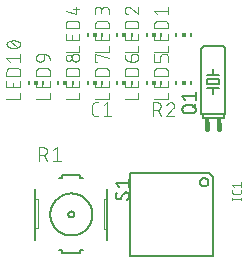
<source format=gbr>
G75*
%MOMM*%
%FSLAX34Y34*%
%LPD*%
%INSilkscreen Top*%
%IPPOS*%
%AMOC8*
5,1,8,0,0,1.08239X$1,22.5*%
G01*
%ADD10C,0.101600*%
%ADD11C,0.152400*%
%ADD12C,0.076200*%
%ADD13R,0.150000X0.300000*%
%ADD14R,0.300000X0.300000*%
%ADD15C,0.406400*%
%ADD16R,0.406400X0.584200*%
%ADD17C,0.127000*%
%ADD18C,0.050800*%


D10*
X89001Y161208D02*
X86404Y161208D01*
X86305Y161210D01*
X86205Y161216D01*
X86106Y161225D01*
X86008Y161238D01*
X85910Y161255D01*
X85812Y161276D01*
X85716Y161301D01*
X85621Y161329D01*
X85527Y161361D01*
X85434Y161396D01*
X85342Y161435D01*
X85252Y161478D01*
X85164Y161523D01*
X85077Y161573D01*
X84993Y161625D01*
X84910Y161681D01*
X84830Y161739D01*
X84752Y161801D01*
X84677Y161866D01*
X84604Y161934D01*
X84534Y162004D01*
X84466Y162077D01*
X84401Y162152D01*
X84339Y162230D01*
X84281Y162310D01*
X84225Y162393D01*
X84173Y162477D01*
X84123Y162564D01*
X84078Y162652D01*
X84035Y162742D01*
X83996Y162834D01*
X83961Y162927D01*
X83929Y163021D01*
X83901Y163116D01*
X83876Y163212D01*
X83855Y163310D01*
X83838Y163408D01*
X83825Y163506D01*
X83816Y163605D01*
X83810Y163705D01*
X83808Y163804D01*
X83808Y170296D01*
X83810Y170395D01*
X83816Y170495D01*
X83825Y170594D01*
X83838Y170692D01*
X83855Y170790D01*
X83876Y170888D01*
X83901Y170984D01*
X83929Y171079D01*
X83961Y171173D01*
X83996Y171266D01*
X84035Y171358D01*
X84078Y171448D01*
X84123Y171536D01*
X84173Y171623D01*
X84225Y171707D01*
X84281Y171790D01*
X84339Y171870D01*
X84401Y171948D01*
X84466Y172023D01*
X84534Y172096D01*
X84604Y172166D01*
X84677Y172234D01*
X84752Y172299D01*
X84830Y172361D01*
X84910Y172419D01*
X84993Y172475D01*
X85077Y172527D01*
X85164Y172577D01*
X85252Y172622D01*
X85342Y172665D01*
X85434Y172704D01*
X85526Y172739D01*
X85621Y172771D01*
X85716Y172799D01*
X85812Y172824D01*
X85910Y172845D01*
X86008Y172862D01*
X86106Y172875D01*
X86205Y172884D01*
X86305Y172890D01*
X86404Y172892D01*
X89001Y172892D01*
X93366Y170296D02*
X96612Y172892D01*
X96612Y161208D01*
X99857Y161208D02*
X93366Y161208D01*
D11*
X115950Y42950D02*
X186050Y42950D01*
X115950Y42950D02*
X115950Y113050D01*
X182500Y113050D01*
X186050Y109500D02*
X186050Y42950D01*
X186050Y109500D02*
X182500Y113050D01*
X174840Y105432D02*
X174842Y105551D01*
X174848Y105671D01*
X174858Y105790D01*
X174872Y105908D01*
X174890Y106026D01*
X174911Y106144D01*
X174937Y106260D01*
X174966Y106376D01*
X175000Y106491D01*
X175037Y106604D01*
X175078Y106716D01*
X175122Y106827D01*
X175170Y106937D01*
X175222Y107044D01*
X175277Y107150D01*
X175336Y107254D01*
X175399Y107356D01*
X175464Y107455D01*
X175533Y107553D01*
X175605Y107648D01*
X175680Y107741D01*
X175759Y107831D01*
X175840Y107919D01*
X175924Y108003D01*
X176011Y108085D01*
X176100Y108164D01*
X176192Y108240D01*
X176287Y108313D01*
X176384Y108383D01*
X176483Y108449D01*
X176585Y108512D01*
X176688Y108572D01*
X176793Y108628D01*
X176900Y108681D01*
X177009Y108730D01*
X177120Y108776D01*
X177232Y108817D01*
X177345Y108855D01*
X177459Y108890D01*
X177575Y108920D01*
X177691Y108947D01*
X177808Y108969D01*
X177926Y108988D01*
X178045Y109003D01*
X178164Y109014D01*
X178283Y109021D01*
X178402Y109024D01*
X178522Y109023D01*
X178641Y109018D01*
X178760Y109009D01*
X178879Y108996D01*
X178997Y108979D01*
X179114Y108959D01*
X179231Y108934D01*
X179347Y108905D01*
X179462Y108873D01*
X179576Y108837D01*
X179689Y108797D01*
X179800Y108753D01*
X179909Y108706D01*
X180017Y108655D01*
X180124Y108601D01*
X180228Y108543D01*
X180330Y108481D01*
X180431Y108417D01*
X180529Y108348D01*
X180625Y108277D01*
X180718Y108203D01*
X180809Y108125D01*
X180897Y108045D01*
X180982Y107961D01*
X181065Y107875D01*
X181145Y107786D01*
X181222Y107695D01*
X181295Y107601D01*
X181366Y107504D01*
X181433Y107406D01*
X181497Y107305D01*
X181558Y107202D01*
X181615Y107097D01*
X181668Y106991D01*
X181718Y106882D01*
X181765Y106772D01*
X181807Y106661D01*
X181846Y106548D01*
X181882Y106434D01*
X181913Y106318D01*
X181940Y106202D01*
X181964Y106085D01*
X181984Y105967D01*
X182000Y105849D01*
X182012Y105730D01*
X182020Y105611D01*
X182024Y105492D01*
X182024Y105372D01*
X182020Y105253D01*
X182012Y105134D01*
X182000Y105015D01*
X181984Y104897D01*
X181964Y104779D01*
X181940Y104662D01*
X181913Y104546D01*
X181882Y104430D01*
X181846Y104316D01*
X181807Y104203D01*
X181765Y104092D01*
X181718Y103982D01*
X181668Y103873D01*
X181615Y103767D01*
X181558Y103662D01*
X181497Y103559D01*
X181433Y103458D01*
X181366Y103360D01*
X181295Y103263D01*
X181222Y103169D01*
X181145Y103078D01*
X181065Y102989D01*
X180982Y102903D01*
X180897Y102819D01*
X180809Y102739D01*
X180718Y102661D01*
X180625Y102587D01*
X180529Y102516D01*
X180431Y102447D01*
X180330Y102383D01*
X180228Y102321D01*
X180124Y102263D01*
X180017Y102209D01*
X179909Y102158D01*
X179800Y102111D01*
X179689Y102067D01*
X179576Y102027D01*
X179462Y101991D01*
X179347Y101959D01*
X179231Y101930D01*
X179114Y101905D01*
X178997Y101885D01*
X178879Y101868D01*
X178760Y101855D01*
X178641Y101846D01*
X178522Y101841D01*
X178402Y101840D01*
X178283Y101843D01*
X178164Y101850D01*
X178045Y101861D01*
X177926Y101876D01*
X177808Y101895D01*
X177691Y101917D01*
X177575Y101944D01*
X177459Y101974D01*
X177345Y102009D01*
X177232Y102047D01*
X177120Y102088D01*
X177009Y102134D01*
X176900Y102183D01*
X176793Y102236D01*
X176688Y102292D01*
X176585Y102352D01*
X176483Y102415D01*
X176384Y102481D01*
X176287Y102551D01*
X176192Y102624D01*
X176100Y102700D01*
X176011Y102779D01*
X175924Y102861D01*
X175840Y102945D01*
X175759Y103033D01*
X175680Y103123D01*
X175605Y103216D01*
X175533Y103311D01*
X175464Y103409D01*
X175399Y103508D01*
X175336Y103610D01*
X175277Y103714D01*
X175222Y103820D01*
X175170Y103927D01*
X175122Y104037D01*
X175078Y104148D01*
X175037Y104260D01*
X175000Y104373D01*
X174966Y104488D01*
X174937Y104604D01*
X174911Y104720D01*
X174890Y104838D01*
X174872Y104956D01*
X174858Y105074D01*
X174848Y105193D01*
X174842Y105313D01*
X174840Y105432D01*
D12*
X202181Y91311D02*
X209547Y91311D01*
X209547Y92129D02*
X209547Y90492D01*
X202181Y90492D02*
X202181Y92129D01*
X209547Y96731D02*
X209547Y98367D01*
X209547Y96731D02*
X209545Y96653D01*
X209540Y96575D01*
X209530Y96498D01*
X209517Y96421D01*
X209501Y96345D01*
X209481Y96270D01*
X209457Y96196D01*
X209430Y96123D01*
X209399Y96051D01*
X209365Y95981D01*
X209328Y95913D01*
X209287Y95846D01*
X209243Y95781D01*
X209197Y95719D01*
X209147Y95659D01*
X209095Y95601D01*
X209040Y95546D01*
X208982Y95494D01*
X208922Y95444D01*
X208860Y95398D01*
X208795Y95354D01*
X208729Y95313D01*
X208660Y95276D01*
X208590Y95242D01*
X208518Y95211D01*
X208445Y95184D01*
X208371Y95160D01*
X208296Y95140D01*
X208220Y95124D01*
X208143Y95111D01*
X208066Y95101D01*
X207988Y95096D01*
X207910Y95094D01*
X203818Y95094D01*
X203738Y95096D01*
X203658Y95102D01*
X203578Y95112D01*
X203499Y95125D01*
X203420Y95143D01*
X203343Y95164D01*
X203267Y95190D01*
X203192Y95219D01*
X203118Y95251D01*
X203046Y95287D01*
X202976Y95327D01*
X202909Y95370D01*
X202843Y95416D01*
X202780Y95466D01*
X202719Y95518D01*
X202660Y95573D01*
X202605Y95632D01*
X202553Y95692D01*
X202503Y95756D01*
X202457Y95821D01*
X202414Y95889D01*
X202374Y95959D01*
X202338Y96031D01*
X202306Y96105D01*
X202277Y96179D01*
X202252Y96256D01*
X202230Y96333D01*
X202212Y96412D01*
X202199Y96491D01*
X202189Y96570D01*
X202183Y96651D01*
X202181Y96731D01*
X202181Y98367D01*
X203818Y101213D02*
X202181Y103259D01*
X209547Y103259D01*
X209547Y101213D02*
X209547Y105305D01*
D13*
X155000Y229500D03*
X167000Y229500D03*
D14*
X161000Y229500D03*
D10*
X147792Y215808D02*
X136108Y215808D01*
X147792Y215808D02*
X147792Y221001D01*
X147792Y225714D02*
X147792Y230907D01*
X147792Y225714D02*
X136108Y225714D01*
X136108Y230907D01*
X141301Y229609D02*
X141301Y225714D01*
X136108Y235597D02*
X147792Y235597D01*
X136108Y235597D02*
X136108Y238843D01*
X136110Y238956D01*
X136116Y239069D01*
X136126Y239182D01*
X136140Y239295D01*
X136157Y239407D01*
X136179Y239518D01*
X136204Y239628D01*
X136234Y239738D01*
X136267Y239846D01*
X136304Y239953D01*
X136344Y240059D01*
X136389Y240163D01*
X136437Y240266D01*
X136488Y240367D01*
X136543Y240466D01*
X136601Y240563D01*
X136663Y240658D01*
X136728Y240751D01*
X136796Y240841D01*
X136867Y240929D01*
X136942Y241015D01*
X137019Y241098D01*
X137099Y241178D01*
X137182Y241255D01*
X137268Y241330D01*
X137356Y241401D01*
X137446Y241469D01*
X137539Y241534D01*
X137634Y241596D01*
X137731Y241654D01*
X137830Y241709D01*
X137931Y241760D01*
X138034Y241808D01*
X138138Y241853D01*
X138244Y241893D01*
X138351Y241930D01*
X138459Y241963D01*
X138569Y241993D01*
X138679Y242018D01*
X138790Y242040D01*
X138902Y242057D01*
X139015Y242071D01*
X139128Y242081D01*
X139241Y242087D01*
X139354Y242089D01*
X144546Y242089D01*
X144659Y242087D01*
X144772Y242081D01*
X144885Y242071D01*
X144998Y242057D01*
X145110Y242040D01*
X145221Y242018D01*
X145331Y241993D01*
X145441Y241963D01*
X145549Y241930D01*
X145656Y241893D01*
X145762Y241853D01*
X145866Y241808D01*
X145969Y241760D01*
X146070Y241709D01*
X146169Y241654D01*
X146266Y241596D01*
X146361Y241534D01*
X146454Y241469D01*
X146544Y241401D01*
X146632Y241330D01*
X146718Y241255D01*
X146801Y241178D01*
X146881Y241098D01*
X146958Y241015D01*
X147033Y240929D01*
X147104Y240841D01*
X147172Y240751D01*
X147237Y240658D01*
X147299Y240563D01*
X147357Y240466D01*
X147412Y240367D01*
X147463Y240266D01*
X147511Y240163D01*
X147556Y240059D01*
X147596Y239953D01*
X147633Y239846D01*
X147666Y239738D01*
X147696Y239628D01*
X147721Y239518D01*
X147743Y239407D01*
X147760Y239295D01*
X147774Y239182D01*
X147784Y239069D01*
X147790Y238956D01*
X147792Y238843D01*
X147792Y235597D01*
X138704Y247408D02*
X136108Y250654D01*
X147792Y250654D01*
X147792Y253899D02*
X147792Y247408D01*
D13*
X30000Y189500D03*
X42000Y189500D03*
D14*
X36000Y189500D03*
D10*
X22792Y175808D02*
X11108Y175808D01*
X22792Y175808D02*
X22792Y181001D01*
X22792Y185714D02*
X22792Y190907D01*
X22792Y185714D02*
X11108Y185714D01*
X11108Y190907D01*
X16301Y189609D02*
X16301Y185714D01*
X11108Y195597D02*
X22792Y195597D01*
X11108Y195597D02*
X11108Y198843D01*
X11110Y198956D01*
X11116Y199069D01*
X11126Y199182D01*
X11140Y199295D01*
X11157Y199407D01*
X11179Y199518D01*
X11204Y199628D01*
X11234Y199738D01*
X11267Y199846D01*
X11304Y199953D01*
X11344Y200059D01*
X11389Y200163D01*
X11437Y200266D01*
X11488Y200367D01*
X11543Y200466D01*
X11601Y200563D01*
X11663Y200658D01*
X11728Y200751D01*
X11796Y200841D01*
X11867Y200929D01*
X11942Y201015D01*
X12019Y201098D01*
X12099Y201178D01*
X12182Y201255D01*
X12268Y201330D01*
X12356Y201401D01*
X12446Y201469D01*
X12539Y201534D01*
X12634Y201596D01*
X12731Y201654D01*
X12830Y201709D01*
X12931Y201760D01*
X13034Y201808D01*
X13138Y201853D01*
X13244Y201893D01*
X13351Y201930D01*
X13459Y201963D01*
X13569Y201993D01*
X13679Y202018D01*
X13790Y202040D01*
X13902Y202057D01*
X14015Y202071D01*
X14128Y202081D01*
X14241Y202087D01*
X14354Y202089D01*
X19546Y202089D01*
X19659Y202087D01*
X19772Y202081D01*
X19885Y202071D01*
X19998Y202057D01*
X20110Y202040D01*
X20221Y202018D01*
X20331Y201993D01*
X20441Y201963D01*
X20549Y201930D01*
X20656Y201893D01*
X20762Y201853D01*
X20866Y201808D01*
X20969Y201760D01*
X21070Y201709D01*
X21169Y201654D01*
X21266Y201596D01*
X21361Y201534D01*
X21454Y201469D01*
X21544Y201401D01*
X21632Y201330D01*
X21718Y201255D01*
X21801Y201178D01*
X21881Y201098D01*
X21958Y201015D01*
X22033Y200929D01*
X22104Y200841D01*
X22172Y200751D01*
X22237Y200658D01*
X22299Y200563D01*
X22357Y200466D01*
X22412Y200367D01*
X22463Y200266D01*
X22511Y200163D01*
X22556Y200059D01*
X22596Y199953D01*
X22633Y199846D01*
X22666Y199738D01*
X22696Y199628D01*
X22721Y199518D01*
X22743Y199407D01*
X22760Y199295D01*
X22774Y199182D01*
X22784Y199069D01*
X22790Y198956D01*
X22792Y198843D01*
X22792Y195597D01*
X13704Y207408D02*
X11108Y210654D01*
X22792Y210654D01*
X22792Y213899D02*
X22792Y207408D01*
X16950Y218838D02*
X16720Y218841D01*
X16490Y218849D01*
X16261Y218863D01*
X16032Y218882D01*
X15803Y218907D01*
X15575Y218937D01*
X15348Y218972D01*
X15122Y219013D01*
X14897Y219059D01*
X14673Y219111D01*
X14450Y219168D01*
X14229Y219230D01*
X14009Y219298D01*
X13791Y219371D01*
X13575Y219449D01*
X13361Y219532D01*
X13149Y219620D01*
X12938Y219713D01*
X12731Y219812D01*
X12641Y219845D01*
X12552Y219881D01*
X12464Y219921D01*
X12379Y219965D01*
X12295Y220012D01*
X12213Y220062D01*
X12133Y220116D01*
X12056Y220172D01*
X11980Y220232D01*
X11907Y220295D01*
X11837Y220360D01*
X11769Y220429D01*
X11705Y220500D01*
X11643Y220573D01*
X11584Y220649D01*
X11528Y220727D01*
X11475Y220808D01*
X11426Y220890D01*
X11380Y220974D01*
X11337Y221061D01*
X11298Y221148D01*
X11262Y221238D01*
X11230Y221328D01*
X11202Y221420D01*
X11177Y221513D01*
X11156Y221607D01*
X11139Y221701D01*
X11125Y221796D01*
X11116Y221892D01*
X11110Y221988D01*
X11108Y222084D01*
X11110Y222180D01*
X11116Y222276D01*
X11125Y222372D01*
X11139Y222467D01*
X11156Y222561D01*
X11177Y222655D01*
X11202Y222748D01*
X11230Y222840D01*
X11262Y222930D01*
X11298Y223020D01*
X11337Y223108D01*
X11380Y223194D01*
X11426Y223278D01*
X11475Y223360D01*
X11528Y223441D01*
X11584Y223519D01*
X11643Y223595D01*
X11705Y223668D01*
X11769Y223739D01*
X11837Y223808D01*
X11907Y223873D01*
X11980Y223936D01*
X12056Y223996D01*
X12133Y224052D01*
X12213Y224106D01*
X12295Y224156D01*
X12379Y224203D01*
X12464Y224247D01*
X12552Y224287D01*
X12641Y224323D01*
X12731Y224356D01*
X12938Y224455D01*
X13149Y224548D01*
X13361Y224636D01*
X13575Y224719D01*
X13791Y224797D01*
X14009Y224870D01*
X14229Y224938D01*
X14450Y225000D01*
X14673Y225057D01*
X14897Y225109D01*
X15122Y225155D01*
X15348Y225196D01*
X15575Y225231D01*
X15803Y225261D01*
X16032Y225286D01*
X16261Y225305D01*
X16490Y225319D01*
X16720Y225327D01*
X16950Y225330D01*
X16950Y218838D02*
X17180Y218841D01*
X17410Y218849D01*
X17639Y218863D01*
X17868Y218882D01*
X18097Y218907D01*
X18325Y218937D01*
X18552Y218972D01*
X18778Y219013D01*
X19003Y219059D01*
X19227Y219111D01*
X19450Y219168D01*
X19671Y219230D01*
X19891Y219298D01*
X20109Y219371D01*
X20325Y219449D01*
X20539Y219532D01*
X20751Y219620D01*
X20962Y219713D01*
X21169Y219812D01*
X21259Y219845D01*
X21348Y219881D01*
X21436Y219922D01*
X21521Y219965D01*
X21605Y220012D01*
X21687Y220062D01*
X21767Y220116D01*
X21844Y220172D01*
X21920Y220232D01*
X21993Y220295D01*
X22063Y220360D01*
X22131Y220429D01*
X22195Y220500D01*
X22257Y220573D01*
X22316Y220649D01*
X22372Y220727D01*
X22425Y220808D01*
X22474Y220890D01*
X22520Y220974D01*
X22563Y221061D01*
X22602Y221148D01*
X22638Y221238D01*
X22670Y221328D01*
X22698Y221420D01*
X22723Y221513D01*
X22744Y221607D01*
X22761Y221701D01*
X22775Y221796D01*
X22784Y221892D01*
X22790Y221988D01*
X22792Y222084D01*
X21169Y224356D02*
X20962Y224455D01*
X20751Y224548D01*
X20539Y224636D01*
X20325Y224719D01*
X20109Y224797D01*
X19891Y224870D01*
X19671Y224938D01*
X19450Y225000D01*
X19227Y225057D01*
X19003Y225109D01*
X18778Y225155D01*
X18552Y225196D01*
X18325Y225231D01*
X18097Y225261D01*
X17868Y225286D01*
X17639Y225305D01*
X17410Y225319D01*
X17180Y225327D01*
X16950Y225330D01*
X21169Y224356D02*
X21259Y224323D01*
X21348Y224287D01*
X21436Y224247D01*
X21521Y224203D01*
X21605Y224156D01*
X21687Y224106D01*
X21767Y224052D01*
X21844Y223996D01*
X21920Y223936D01*
X21993Y223873D01*
X22063Y223808D01*
X22131Y223739D01*
X22195Y223668D01*
X22257Y223595D01*
X22316Y223519D01*
X22372Y223441D01*
X22425Y223360D01*
X22474Y223278D01*
X22520Y223194D01*
X22563Y223107D01*
X22602Y223020D01*
X22638Y222930D01*
X22670Y222840D01*
X22698Y222748D01*
X22723Y222655D01*
X22744Y222561D01*
X22761Y222467D01*
X22775Y222372D01*
X22784Y222276D01*
X22790Y222180D01*
X22792Y222084D01*
X20196Y219487D02*
X13704Y224680D01*
D13*
X130000Y229500D03*
X142000Y229500D03*
D14*
X136000Y229500D03*
D10*
X122792Y215808D02*
X111108Y215808D01*
X122792Y215808D02*
X122792Y221001D01*
X122792Y225714D02*
X122792Y230907D01*
X122792Y225714D02*
X111108Y225714D01*
X111108Y230907D01*
X116301Y229609D02*
X116301Y225714D01*
X111108Y235597D02*
X122792Y235597D01*
X111108Y235597D02*
X111108Y238843D01*
X111110Y238956D01*
X111116Y239069D01*
X111126Y239182D01*
X111140Y239295D01*
X111157Y239407D01*
X111179Y239518D01*
X111204Y239628D01*
X111234Y239738D01*
X111267Y239846D01*
X111304Y239953D01*
X111344Y240059D01*
X111389Y240163D01*
X111437Y240266D01*
X111488Y240367D01*
X111543Y240466D01*
X111601Y240563D01*
X111663Y240658D01*
X111728Y240751D01*
X111796Y240841D01*
X111867Y240929D01*
X111942Y241015D01*
X112019Y241098D01*
X112099Y241178D01*
X112182Y241255D01*
X112268Y241330D01*
X112356Y241401D01*
X112446Y241469D01*
X112539Y241534D01*
X112634Y241596D01*
X112731Y241654D01*
X112830Y241709D01*
X112931Y241760D01*
X113034Y241808D01*
X113138Y241853D01*
X113244Y241893D01*
X113351Y241930D01*
X113459Y241963D01*
X113569Y241993D01*
X113679Y242018D01*
X113790Y242040D01*
X113902Y242057D01*
X114015Y242071D01*
X114128Y242081D01*
X114241Y242087D01*
X114354Y242089D01*
X119546Y242089D01*
X119659Y242087D01*
X119772Y242081D01*
X119885Y242071D01*
X119998Y242057D01*
X120110Y242040D01*
X120221Y242018D01*
X120331Y241993D01*
X120441Y241963D01*
X120549Y241930D01*
X120656Y241893D01*
X120762Y241853D01*
X120866Y241808D01*
X120969Y241760D01*
X121070Y241709D01*
X121169Y241654D01*
X121266Y241596D01*
X121361Y241534D01*
X121454Y241469D01*
X121544Y241401D01*
X121632Y241330D01*
X121718Y241255D01*
X121801Y241178D01*
X121881Y241098D01*
X121958Y241015D01*
X122033Y240929D01*
X122104Y240841D01*
X122172Y240751D01*
X122237Y240658D01*
X122299Y240563D01*
X122357Y240466D01*
X122412Y240367D01*
X122463Y240266D01*
X122511Y240163D01*
X122556Y240059D01*
X122596Y239953D01*
X122633Y239846D01*
X122666Y239738D01*
X122696Y239628D01*
X122721Y239518D01*
X122743Y239407D01*
X122760Y239295D01*
X122774Y239182D01*
X122784Y239069D01*
X122790Y238956D01*
X122792Y238843D01*
X122792Y235597D01*
X111108Y250978D02*
X111110Y251085D01*
X111116Y251191D01*
X111126Y251297D01*
X111139Y251403D01*
X111157Y251509D01*
X111178Y251613D01*
X111203Y251717D01*
X111232Y251820D01*
X111264Y251921D01*
X111301Y252021D01*
X111341Y252120D01*
X111384Y252218D01*
X111431Y252314D01*
X111482Y252408D01*
X111536Y252500D01*
X111593Y252590D01*
X111653Y252678D01*
X111717Y252763D01*
X111784Y252846D01*
X111854Y252927D01*
X111926Y253005D01*
X112002Y253081D01*
X112080Y253153D01*
X112161Y253223D01*
X112244Y253290D01*
X112329Y253354D01*
X112417Y253414D01*
X112507Y253471D01*
X112599Y253525D01*
X112693Y253576D01*
X112789Y253623D01*
X112887Y253666D01*
X112986Y253706D01*
X113086Y253743D01*
X113187Y253775D01*
X113290Y253804D01*
X113394Y253829D01*
X113498Y253850D01*
X113604Y253868D01*
X113710Y253881D01*
X113816Y253891D01*
X113922Y253897D01*
X114029Y253899D01*
X111108Y250978D02*
X111110Y250857D01*
X111116Y250736D01*
X111126Y250616D01*
X111139Y250495D01*
X111157Y250376D01*
X111178Y250256D01*
X111203Y250138D01*
X111232Y250021D01*
X111265Y249904D01*
X111301Y249789D01*
X111342Y249675D01*
X111385Y249562D01*
X111433Y249450D01*
X111484Y249341D01*
X111539Y249233D01*
X111597Y249126D01*
X111658Y249022D01*
X111723Y248920D01*
X111791Y248820D01*
X111862Y248722D01*
X111936Y248626D01*
X112013Y248533D01*
X112094Y248443D01*
X112177Y248355D01*
X112263Y248270D01*
X112352Y248187D01*
X112443Y248108D01*
X112537Y248031D01*
X112633Y247958D01*
X112731Y247888D01*
X112832Y247821D01*
X112935Y247757D01*
X113040Y247697D01*
X113147Y247639D01*
X113255Y247586D01*
X113365Y247536D01*
X113477Y247490D01*
X113590Y247447D01*
X113705Y247408D01*
X116301Y252925D02*
X116223Y253004D01*
X116143Y253080D01*
X116060Y253153D01*
X115974Y253223D01*
X115887Y253290D01*
X115796Y253354D01*
X115704Y253414D01*
X115610Y253472D01*
X115513Y253526D01*
X115415Y253576D01*
X115315Y253623D01*
X115214Y253667D01*
X115111Y253707D01*
X115006Y253743D01*
X114901Y253775D01*
X114794Y253804D01*
X114687Y253829D01*
X114578Y253851D01*
X114469Y253868D01*
X114360Y253882D01*
X114250Y253891D01*
X114139Y253897D01*
X114029Y253899D01*
X116301Y252926D02*
X122792Y247408D01*
X122792Y253899D01*
D13*
X105000Y229500D03*
X117000Y229500D03*
D14*
X111000Y229500D03*
D10*
X97792Y215808D02*
X86108Y215808D01*
X97792Y215808D02*
X97792Y221001D01*
X97792Y225714D02*
X97792Y230907D01*
X97792Y225714D02*
X86108Y225714D01*
X86108Y230907D01*
X91301Y229609D02*
X91301Y225714D01*
X86108Y235597D02*
X97792Y235597D01*
X86108Y235597D02*
X86108Y238843D01*
X86110Y238956D01*
X86116Y239069D01*
X86126Y239182D01*
X86140Y239295D01*
X86157Y239407D01*
X86179Y239518D01*
X86204Y239628D01*
X86234Y239738D01*
X86267Y239846D01*
X86304Y239953D01*
X86344Y240059D01*
X86389Y240163D01*
X86437Y240266D01*
X86488Y240367D01*
X86543Y240466D01*
X86601Y240563D01*
X86663Y240658D01*
X86728Y240751D01*
X86796Y240841D01*
X86867Y240929D01*
X86942Y241015D01*
X87019Y241098D01*
X87099Y241178D01*
X87182Y241255D01*
X87268Y241330D01*
X87356Y241401D01*
X87446Y241469D01*
X87539Y241534D01*
X87634Y241596D01*
X87731Y241654D01*
X87830Y241709D01*
X87931Y241760D01*
X88034Y241808D01*
X88138Y241853D01*
X88244Y241893D01*
X88351Y241930D01*
X88459Y241963D01*
X88569Y241993D01*
X88679Y242018D01*
X88790Y242040D01*
X88902Y242057D01*
X89015Y242071D01*
X89128Y242081D01*
X89241Y242087D01*
X89354Y242089D01*
X94546Y242089D01*
X94659Y242087D01*
X94772Y242081D01*
X94885Y242071D01*
X94998Y242057D01*
X95110Y242040D01*
X95221Y242018D01*
X95331Y241993D01*
X95441Y241963D01*
X95549Y241930D01*
X95656Y241893D01*
X95762Y241853D01*
X95866Y241808D01*
X95969Y241760D01*
X96070Y241709D01*
X96169Y241654D01*
X96266Y241596D01*
X96361Y241534D01*
X96454Y241469D01*
X96544Y241401D01*
X96632Y241330D01*
X96718Y241255D01*
X96801Y241178D01*
X96881Y241098D01*
X96958Y241015D01*
X97033Y240929D01*
X97104Y240841D01*
X97172Y240751D01*
X97237Y240658D01*
X97299Y240563D01*
X97357Y240466D01*
X97412Y240367D01*
X97463Y240266D01*
X97511Y240163D01*
X97556Y240059D01*
X97596Y239953D01*
X97633Y239846D01*
X97666Y239738D01*
X97696Y239628D01*
X97721Y239518D01*
X97743Y239407D01*
X97760Y239295D01*
X97774Y239182D01*
X97784Y239069D01*
X97790Y238956D01*
X97792Y238843D01*
X97792Y235597D01*
X97792Y247408D02*
X97792Y250654D01*
X97790Y250767D01*
X97784Y250880D01*
X97774Y250993D01*
X97760Y251106D01*
X97743Y251218D01*
X97721Y251329D01*
X97696Y251439D01*
X97666Y251549D01*
X97633Y251657D01*
X97596Y251764D01*
X97556Y251870D01*
X97511Y251974D01*
X97463Y252077D01*
X97412Y252178D01*
X97357Y252277D01*
X97299Y252374D01*
X97237Y252469D01*
X97172Y252562D01*
X97104Y252652D01*
X97033Y252740D01*
X96958Y252826D01*
X96881Y252909D01*
X96801Y252989D01*
X96718Y253066D01*
X96632Y253141D01*
X96544Y253212D01*
X96454Y253280D01*
X96361Y253345D01*
X96266Y253407D01*
X96169Y253465D01*
X96070Y253520D01*
X95969Y253571D01*
X95866Y253619D01*
X95762Y253664D01*
X95656Y253704D01*
X95549Y253741D01*
X95441Y253774D01*
X95331Y253804D01*
X95221Y253829D01*
X95110Y253851D01*
X94998Y253868D01*
X94885Y253882D01*
X94772Y253892D01*
X94659Y253898D01*
X94546Y253900D01*
X94433Y253898D01*
X94320Y253892D01*
X94207Y253882D01*
X94094Y253868D01*
X93982Y253851D01*
X93871Y253829D01*
X93761Y253804D01*
X93651Y253774D01*
X93543Y253741D01*
X93436Y253704D01*
X93330Y253664D01*
X93226Y253619D01*
X93123Y253571D01*
X93022Y253520D01*
X92923Y253465D01*
X92826Y253407D01*
X92731Y253345D01*
X92638Y253280D01*
X92548Y253212D01*
X92460Y253141D01*
X92374Y253066D01*
X92291Y252989D01*
X92211Y252909D01*
X92134Y252826D01*
X92059Y252740D01*
X91988Y252652D01*
X91920Y252562D01*
X91855Y252469D01*
X91793Y252374D01*
X91735Y252277D01*
X91680Y252178D01*
X91629Y252077D01*
X91581Y251974D01*
X91536Y251870D01*
X91496Y251764D01*
X91459Y251657D01*
X91426Y251549D01*
X91396Y251439D01*
X91371Y251329D01*
X91349Y251218D01*
X91332Y251106D01*
X91318Y250993D01*
X91308Y250880D01*
X91302Y250767D01*
X91300Y250654D01*
X86108Y251303D02*
X86108Y247408D01*
X86108Y251303D02*
X86110Y251404D01*
X86116Y251504D01*
X86126Y251604D01*
X86139Y251704D01*
X86157Y251803D01*
X86178Y251902D01*
X86203Y251999D01*
X86232Y252096D01*
X86265Y252191D01*
X86301Y252285D01*
X86341Y252377D01*
X86384Y252468D01*
X86431Y252557D01*
X86481Y252644D01*
X86535Y252730D01*
X86592Y252813D01*
X86652Y252893D01*
X86715Y252972D01*
X86782Y253048D01*
X86851Y253121D01*
X86923Y253191D01*
X86997Y253259D01*
X87074Y253324D01*
X87154Y253385D01*
X87236Y253444D01*
X87320Y253499D01*
X87406Y253551D01*
X87494Y253600D01*
X87584Y253645D01*
X87676Y253687D01*
X87769Y253725D01*
X87864Y253759D01*
X87959Y253790D01*
X88056Y253817D01*
X88154Y253840D01*
X88253Y253860D01*
X88353Y253875D01*
X88453Y253887D01*
X88553Y253895D01*
X88654Y253899D01*
X88754Y253899D01*
X88855Y253895D01*
X88955Y253887D01*
X89055Y253875D01*
X89155Y253860D01*
X89254Y253840D01*
X89352Y253817D01*
X89449Y253790D01*
X89544Y253759D01*
X89639Y253725D01*
X89732Y253687D01*
X89824Y253645D01*
X89914Y253600D01*
X90002Y253551D01*
X90088Y253499D01*
X90172Y253444D01*
X90254Y253385D01*
X90334Y253324D01*
X90411Y253259D01*
X90485Y253191D01*
X90557Y253121D01*
X90626Y253048D01*
X90693Y252972D01*
X90756Y252893D01*
X90816Y252813D01*
X90873Y252730D01*
X90927Y252644D01*
X90977Y252557D01*
X91024Y252468D01*
X91067Y252377D01*
X91107Y252285D01*
X91143Y252191D01*
X91176Y252096D01*
X91205Y251999D01*
X91230Y251902D01*
X91251Y251803D01*
X91269Y251704D01*
X91282Y251604D01*
X91292Y251504D01*
X91298Y251404D01*
X91300Y251303D01*
X91301Y251303D02*
X91301Y248707D01*
D13*
X80000Y229500D03*
X92000Y229500D03*
D14*
X86000Y229500D03*
D10*
X72792Y215808D02*
X61108Y215808D01*
X72792Y215808D02*
X72792Y221001D01*
X72792Y225714D02*
X72792Y230907D01*
X72792Y225714D02*
X61108Y225714D01*
X61108Y230907D01*
X66301Y229609D02*
X66301Y225714D01*
X61108Y235597D02*
X72792Y235597D01*
X61108Y235597D02*
X61108Y238843D01*
X61110Y238956D01*
X61116Y239069D01*
X61126Y239182D01*
X61140Y239295D01*
X61157Y239407D01*
X61179Y239518D01*
X61204Y239628D01*
X61234Y239738D01*
X61267Y239846D01*
X61304Y239953D01*
X61344Y240059D01*
X61389Y240163D01*
X61437Y240266D01*
X61488Y240367D01*
X61543Y240466D01*
X61601Y240563D01*
X61663Y240658D01*
X61728Y240751D01*
X61796Y240841D01*
X61867Y240929D01*
X61942Y241015D01*
X62019Y241098D01*
X62099Y241178D01*
X62182Y241255D01*
X62268Y241330D01*
X62356Y241401D01*
X62446Y241469D01*
X62539Y241534D01*
X62634Y241596D01*
X62731Y241654D01*
X62830Y241709D01*
X62931Y241760D01*
X63034Y241808D01*
X63138Y241853D01*
X63244Y241893D01*
X63351Y241930D01*
X63459Y241963D01*
X63569Y241993D01*
X63679Y242018D01*
X63790Y242040D01*
X63902Y242057D01*
X64015Y242071D01*
X64128Y242081D01*
X64241Y242087D01*
X64354Y242089D01*
X69546Y242089D01*
X69659Y242087D01*
X69772Y242081D01*
X69885Y242071D01*
X69998Y242057D01*
X70110Y242040D01*
X70221Y242018D01*
X70331Y241993D01*
X70441Y241963D01*
X70549Y241930D01*
X70656Y241893D01*
X70762Y241853D01*
X70866Y241808D01*
X70969Y241760D01*
X71070Y241709D01*
X71169Y241654D01*
X71266Y241596D01*
X71361Y241534D01*
X71454Y241469D01*
X71544Y241401D01*
X71632Y241330D01*
X71718Y241255D01*
X71801Y241178D01*
X71881Y241098D01*
X71958Y241015D01*
X72033Y240929D01*
X72104Y240841D01*
X72172Y240751D01*
X72237Y240658D01*
X72299Y240563D01*
X72357Y240466D01*
X72412Y240367D01*
X72463Y240266D01*
X72511Y240163D01*
X72556Y240059D01*
X72596Y239953D01*
X72633Y239846D01*
X72666Y239738D01*
X72696Y239628D01*
X72721Y239518D01*
X72743Y239407D01*
X72760Y239295D01*
X72774Y239182D01*
X72784Y239069D01*
X72790Y238956D01*
X72792Y238843D01*
X72792Y235597D01*
X70196Y247408D02*
X61108Y250005D01*
X70196Y247408D02*
X70196Y253899D01*
X67599Y251952D02*
X72792Y251952D01*
D13*
X155000Y189500D03*
X167000Y189500D03*
D14*
X161000Y189500D03*
D10*
X147792Y175808D02*
X136108Y175808D01*
X147792Y175808D02*
X147792Y181001D01*
X147792Y185714D02*
X147792Y190907D01*
X147792Y185714D02*
X136108Y185714D01*
X136108Y190907D01*
X141301Y189609D02*
X141301Y185714D01*
X136108Y195597D02*
X147792Y195597D01*
X136108Y195597D02*
X136108Y198843D01*
X136110Y198956D01*
X136116Y199069D01*
X136126Y199182D01*
X136140Y199295D01*
X136157Y199407D01*
X136179Y199518D01*
X136204Y199628D01*
X136234Y199738D01*
X136267Y199846D01*
X136304Y199953D01*
X136344Y200059D01*
X136389Y200163D01*
X136437Y200266D01*
X136488Y200367D01*
X136543Y200466D01*
X136601Y200563D01*
X136663Y200658D01*
X136728Y200751D01*
X136796Y200841D01*
X136867Y200929D01*
X136942Y201015D01*
X137019Y201098D01*
X137099Y201178D01*
X137182Y201255D01*
X137268Y201330D01*
X137356Y201401D01*
X137446Y201469D01*
X137539Y201534D01*
X137634Y201596D01*
X137731Y201654D01*
X137830Y201709D01*
X137931Y201760D01*
X138034Y201808D01*
X138138Y201853D01*
X138244Y201893D01*
X138351Y201930D01*
X138459Y201963D01*
X138569Y201993D01*
X138679Y202018D01*
X138790Y202040D01*
X138902Y202057D01*
X139015Y202071D01*
X139128Y202081D01*
X139241Y202087D01*
X139354Y202089D01*
X144546Y202089D01*
X144659Y202087D01*
X144772Y202081D01*
X144885Y202071D01*
X144998Y202057D01*
X145110Y202040D01*
X145221Y202018D01*
X145331Y201993D01*
X145441Y201963D01*
X145549Y201930D01*
X145656Y201893D01*
X145762Y201853D01*
X145866Y201808D01*
X145969Y201760D01*
X146070Y201709D01*
X146169Y201654D01*
X146266Y201596D01*
X146361Y201534D01*
X146454Y201469D01*
X146544Y201401D01*
X146632Y201330D01*
X146718Y201255D01*
X146801Y201178D01*
X146881Y201098D01*
X146958Y201015D01*
X147033Y200929D01*
X147104Y200841D01*
X147172Y200751D01*
X147237Y200658D01*
X147299Y200563D01*
X147357Y200466D01*
X147412Y200367D01*
X147463Y200266D01*
X147511Y200163D01*
X147556Y200059D01*
X147596Y199953D01*
X147633Y199846D01*
X147666Y199738D01*
X147696Y199628D01*
X147721Y199518D01*
X147743Y199407D01*
X147760Y199295D01*
X147774Y199182D01*
X147784Y199069D01*
X147790Y198956D01*
X147792Y198843D01*
X147792Y195597D01*
X147792Y207408D02*
X147792Y211303D01*
X147790Y211402D01*
X147784Y211502D01*
X147775Y211601D01*
X147762Y211699D01*
X147745Y211797D01*
X147724Y211895D01*
X147699Y211991D01*
X147671Y212086D01*
X147639Y212180D01*
X147604Y212273D01*
X147565Y212365D01*
X147522Y212455D01*
X147477Y212543D01*
X147427Y212630D01*
X147375Y212714D01*
X147319Y212797D01*
X147261Y212877D01*
X147199Y212955D01*
X147134Y213030D01*
X147066Y213103D01*
X146996Y213173D01*
X146923Y213241D01*
X146848Y213306D01*
X146770Y213368D01*
X146690Y213426D01*
X146607Y213482D01*
X146523Y213534D01*
X146436Y213584D01*
X146348Y213629D01*
X146258Y213672D01*
X146166Y213711D01*
X146073Y213746D01*
X145979Y213778D01*
X145884Y213806D01*
X145788Y213831D01*
X145690Y213852D01*
X145592Y213869D01*
X145494Y213882D01*
X145395Y213891D01*
X145295Y213897D01*
X145196Y213899D01*
X143897Y213899D01*
X143798Y213897D01*
X143698Y213891D01*
X143599Y213882D01*
X143501Y213869D01*
X143403Y213852D01*
X143305Y213831D01*
X143209Y213806D01*
X143114Y213778D01*
X143020Y213746D01*
X142927Y213711D01*
X142835Y213672D01*
X142745Y213629D01*
X142657Y213584D01*
X142570Y213534D01*
X142486Y213482D01*
X142403Y213426D01*
X142323Y213368D01*
X142245Y213306D01*
X142170Y213241D01*
X142097Y213173D01*
X142027Y213103D01*
X141959Y213030D01*
X141894Y212955D01*
X141832Y212877D01*
X141774Y212797D01*
X141718Y212714D01*
X141666Y212630D01*
X141616Y212543D01*
X141571Y212455D01*
X141528Y212365D01*
X141489Y212273D01*
X141454Y212180D01*
X141422Y212086D01*
X141394Y211991D01*
X141369Y211895D01*
X141348Y211797D01*
X141331Y211699D01*
X141318Y211601D01*
X141309Y211502D01*
X141303Y211402D01*
X141301Y211303D01*
X141301Y207408D01*
X136108Y207408D01*
X136108Y213899D01*
D13*
X130000Y189500D03*
X142000Y189500D03*
D14*
X136000Y189500D03*
D10*
X122792Y175808D02*
X111108Y175808D01*
X122792Y175808D02*
X122792Y181001D01*
X122792Y185714D02*
X122792Y190907D01*
X122792Y185714D02*
X111108Y185714D01*
X111108Y190907D01*
X116301Y189609D02*
X116301Y185714D01*
X111108Y195597D02*
X122792Y195597D01*
X111108Y195597D02*
X111108Y198843D01*
X111110Y198956D01*
X111116Y199069D01*
X111126Y199182D01*
X111140Y199295D01*
X111157Y199407D01*
X111179Y199518D01*
X111204Y199628D01*
X111234Y199738D01*
X111267Y199846D01*
X111304Y199953D01*
X111344Y200059D01*
X111389Y200163D01*
X111437Y200266D01*
X111488Y200367D01*
X111543Y200466D01*
X111601Y200563D01*
X111663Y200658D01*
X111728Y200751D01*
X111796Y200841D01*
X111867Y200929D01*
X111942Y201015D01*
X112019Y201098D01*
X112099Y201178D01*
X112182Y201255D01*
X112268Y201330D01*
X112356Y201401D01*
X112446Y201469D01*
X112539Y201534D01*
X112634Y201596D01*
X112731Y201654D01*
X112830Y201709D01*
X112931Y201760D01*
X113034Y201808D01*
X113138Y201853D01*
X113244Y201893D01*
X113351Y201930D01*
X113459Y201963D01*
X113569Y201993D01*
X113679Y202018D01*
X113790Y202040D01*
X113902Y202057D01*
X114015Y202071D01*
X114128Y202081D01*
X114241Y202087D01*
X114354Y202089D01*
X119546Y202089D01*
X119659Y202087D01*
X119772Y202081D01*
X119885Y202071D01*
X119998Y202057D01*
X120110Y202040D01*
X120221Y202018D01*
X120331Y201993D01*
X120441Y201963D01*
X120549Y201930D01*
X120656Y201893D01*
X120762Y201853D01*
X120866Y201808D01*
X120969Y201760D01*
X121070Y201709D01*
X121169Y201654D01*
X121266Y201596D01*
X121361Y201534D01*
X121454Y201469D01*
X121544Y201401D01*
X121632Y201330D01*
X121718Y201255D01*
X121801Y201178D01*
X121881Y201098D01*
X121958Y201015D01*
X122033Y200929D01*
X122104Y200841D01*
X122172Y200751D01*
X122237Y200658D01*
X122299Y200563D01*
X122357Y200466D01*
X122412Y200367D01*
X122463Y200266D01*
X122511Y200163D01*
X122556Y200059D01*
X122596Y199953D01*
X122633Y199846D01*
X122666Y199738D01*
X122696Y199628D01*
X122721Y199518D01*
X122743Y199407D01*
X122760Y199295D01*
X122774Y199182D01*
X122784Y199069D01*
X122790Y198956D01*
X122792Y198843D01*
X122792Y195597D01*
X116301Y207408D02*
X116301Y211303D01*
X116303Y211402D01*
X116309Y211502D01*
X116318Y211601D01*
X116331Y211699D01*
X116348Y211797D01*
X116369Y211895D01*
X116394Y211991D01*
X116422Y212086D01*
X116454Y212180D01*
X116489Y212273D01*
X116528Y212365D01*
X116571Y212455D01*
X116616Y212543D01*
X116666Y212630D01*
X116718Y212714D01*
X116774Y212797D01*
X116832Y212877D01*
X116894Y212955D01*
X116959Y213030D01*
X117027Y213103D01*
X117097Y213173D01*
X117170Y213241D01*
X117245Y213306D01*
X117323Y213368D01*
X117403Y213426D01*
X117486Y213482D01*
X117570Y213534D01*
X117657Y213584D01*
X117745Y213629D01*
X117835Y213672D01*
X117927Y213711D01*
X118020Y213746D01*
X118114Y213778D01*
X118209Y213806D01*
X118305Y213831D01*
X118403Y213852D01*
X118501Y213869D01*
X118599Y213882D01*
X118698Y213891D01*
X118798Y213897D01*
X118897Y213899D01*
X119546Y213899D01*
X119546Y213900D02*
X119659Y213898D01*
X119772Y213892D01*
X119885Y213882D01*
X119998Y213868D01*
X120110Y213851D01*
X120221Y213829D01*
X120331Y213804D01*
X120441Y213774D01*
X120549Y213741D01*
X120656Y213704D01*
X120762Y213664D01*
X120866Y213619D01*
X120969Y213571D01*
X121070Y213520D01*
X121169Y213465D01*
X121266Y213407D01*
X121361Y213345D01*
X121454Y213280D01*
X121544Y213212D01*
X121632Y213141D01*
X121718Y213066D01*
X121801Y212989D01*
X121881Y212909D01*
X121958Y212826D01*
X122033Y212740D01*
X122104Y212652D01*
X122172Y212562D01*
X122237Y212469D01*
X122299Y212374D01*
X122357Y212277D01*
X122412Y212178D01*
X122463Y212077D01*
X122511Y211974D01*
X122556Y211870D01*
X122596Y211764D01*
X122633Y211657D01*
X122666Y211549D01*
X122696Y211439D01*
X122721Y211329D01*
X122743Y211218D01*
X122760Y211106D01*
X122774Y210993D01*
X122784Y210880D01*
X122790Y210767D01*
X122792Y210654D01*
X122790Y210541D01*
X122784Y210428D01*
X122774Y210315D01*
X122760Y210202D01*
X122743Y210090D01*
X122721Y209979D01*
X122696Y209869D01*
X122666Y209759D01*
X122633Y209651D01*
X122596Y209544D01*
X122556Y209438D01*
X122511Y209334D01*
X122463Y209231D01*
X122412Y209130D01*
X122357Y209031D01*
X122299Y208934D01*
X122237Y208839D01*
X122172Y208746D01*
X122104Y208656D01*
X122033Y208568D01*
X121958Y208482D01*
X121881Y208399D01*
X121801Y208319D01*
X121718Y208242D01*
X121632Y208167D01*
X121544Y208096D01*
X121454Y208028D01*
X121361Y207963D01*
X121266Y207901D01*
X121169Y207843D01*
X121070Y207788D01*
X120969Y207737D01*
X120866Y207689D01*
X120762Y207644D01*
X120656Y207604D01*
X120549Y207567D01*
X120441Y207534D01*
X120331Y207504D01*
X120221Y207479D01*
X120110Y207457D01*
X119998Y207440D01*
X119885Y207426D01*
X119772Y207416D01*
X119659Y207410D01*
X119546Y207408D01*
X116301Y207408D01*
X116158Y207410D01*
X116015Y207416D01*
X115872Y207426D01*
X115730Y207440D01*
X115588Y207457D01*
X115446Y207479D01*
X115305Y207504D01*
X115165Y207534D01*
X115026Y207567D01*
X114888Y207604D01*
X114751Y207645D01*
X114615Y207689D01*
X114480Y207738D01*
X114347Y207790D01*
X114215Y207845D01*
X114085Y207905D01*
X113956Y207968D01*
X113829Y208034D01*
X113705Y208104D01*
X113582Y208177D01*
X113461Y208254D01*
X113342Y208333D01*
X113226Y208417D01*
X113111Y208503D01*
X113000Y208592D01*
X112891Y208685D01*
X112784Y208780D01*
X112680Y208879D01*
X112579Y208980D01*
X112480Y209084D01*
X112385Y209190D01*
X112292Y209300D01*
X112203Y209411D01*
X112117Y209525D01*
X112034Y209642D01*
X111954Y209761D01*
X111877Y209882D01*
X111804Y210004D01*
X111734Y210129D01*
X111668Y210256D01*
X111605Y210385D01*
X111545Y210515D01*
X111490Y210647D01*
X111438Y210780D01*
X111389Y210915D01*
X111345Y211051D01*
X111304Y211188D01*
X111267Y211326D01*
X111234Y211465D01*
X111204Y211605D01*
X111179Y211746D01*
X111157Y211888D01*
X111140Y212030D01*
X111126Y212172D01*
X111116Y212315D01*
X111110Y212458D01*
X111108Y212601D01*
D13*
X105000Y189500D03*
X117000Y189500D03*
D14*
X111000Y189500D03*
D10*
X97792Y175808D02*
X86108Y175808D01*
X97792Y175808D02*
X97792Y181001D01*
X97792Y185714D02*
X97792Y190907D01*
X97792Y185714D02*
X86108Y185714D01*
X86108Y190907D01*
X91301Y189609D02*
X91301Y185714D01*
X86108Y195597D02*
X97792Y195597D01*
X86108Y195597D02*
X86108Y198843D01*
X86110Y198956D01*
X86116Y199069D01*
X86126Y199182D01*
X86140Y199295D01*
X86157Y199407D01*
X86179Y199518D01*
X86204Y199628D01*
X86234Y199738D01*
X86267Y199846D01*
X86304Y199953D01*
X86344Y200059D01*
X86389Y200163D01*
X86437Y200266D01*
X86488Y200367D01*
X86543Y200466D01*
X86601Y200563D01*
X86663Y200658D01*
X86728Y200751D01*
X86796Y200841D01*
X86867Y200929D01*
X86942Y201015D01*
X87019Y201098D01*
X87099Y201178D01*
X87182Y201255D01*
X87268Y201330D01*
X87356Y201401D01*
X87446Y201469D01*
X87539Y201534D01*
X87634Y201596D01*
X87731Y201654D01*
X87830Y201709D01*
X87931Y201760D01*
X88034Y201808D01*
X88138Y201853D01*
X88244Y201893D01*
X88351Y201930D01*
X88459Y201963D01*
X88569Y201993D01*
X88679Y202018D01*
X88790Y202040D01*
X88902Y202057D01*
X89015Y202071D01*
X89128Y202081D01*
X89241Y202087D01*
X89354Y202089D01*
X94546Y202089D01*
X94659Y202087D01*
X94772Y202081D01*
X94885Y202071D01*
X94998Y202057D01*
X95110Y202040D01*
X95221Y202018D01*
X95331Y201993D01*
X95441Y201963D01*
X95549Y201930D01*
X95656Y201893D01*
X95762Y201853D01*
X95866Y201808D01*
X95969Y201760D01*
X96070Y201709D01*
X96169Y201654D01*
X96266Y201596D01*
X96361Y201534D01*
X96454Y201469D01*
X96544Y201401D01*
X96632Y201330D01*
X96718Y201255D01*
X96801Y201178D01*
X96881Y201098D01*
X96958Y201015D01*
X97033Y200929D01*
X97104Y200841D01*
X97172Y200751D01*
X97237Y200658D01*
X97299Y200563D01*
X97357Y200466D01*
X97412Y200367D01*
X97463Y200266D01*
X97511Y200163D01*
X97556Y200059D01*
X97596Y199953D01*
X97633Y199846D01*
X97666Y199738D01*
X97696Y199628D01*
X97721Y199518D01*
X97743Y199407D01*
X97760Y199295D01*
X97774Y199182D01*
X97784Y199069D01*
X97790Y198956D01*
X97792Y198843D01*
X97792Y195597D01*
X87406Y207408D02*
X86108Y207408D01*
X86108Y213899D01*
X97792Y210654D01*
D13*
X80000Y189500D03*
X92000Y189500D03*
D14*
X86000Y189500D03*
D10*
X72792Y175808D02*
X61108Y175808D01*
X72792Y175808D02*
X72792Y181001D01*
X72792Y185714D02*
X72792Y190907D01*
X72792Y185714D02*
X61108Y185714D01*
X61108Y190907D01*
X66301Y189609D02*
X66301Y185714D01*
X61108Y195597D02*
X72792Y195597D01*
X61108Y195597D02*
X61108Y198843D01*
X61110Y198956D01*
X61116Y199069D01*
X61126Y199182D01*
X61140Y199295D01*
X61157Y199407D01*
X61179Y199518D01*
X61204Y199628D01*
X61234Y199738D01*
X61267Y199846D01*
X61304Y199953D01*
X61344Y200059D01*
X61389Y200163D01*
X61437Y200266D01*
X61488Y200367D01*
X61543Y200466D01*
X61601Y200563D01*
X61663Y200658D01*
X61728Y200751D01*
X61796Y200841D01*
X61867Y200929D01*
X61942Y201015D01*
X62019Y201098D01*
X62099Y201178D01*
X62182Y201255D01*
X62268Y201330D01*
X62356Y201401D01*
X62446Y201469D01*
X62539Y201534D01*
X62634Y201596D01*
X62731Y201654D01*
X62830Y201709D01*
X62931Y201760D01*
X63034Y201808D01*
X63138Y201853D01*
X63244Y201893D01*
X63351Y201930D01*
X63459Y201963D01*
X63569Y201993D01*
X63679Y202018D01*
X63790Y202040D01*
X63902Y202057D01*
X64015Y202071D01*
X64128Y202081D01*
X64241Y202087D01*
X64354Y202089D01*
X69546Y202089D01*
X69659Y202087D01*
X69772Y202081D01*
X69885Y202071D01*
X69998Y202057D01*
X70110Y202040D01*
X70221Y202018D01*
X70331Y201993D01*
X70441Y201963D01*
X70549Y201930D01*
X70656Y201893D01*
X70762Y201853D01*
X70866Y201808D01*
X70969Y201760D01*
X71070Y201709D01*
X71169Y201654D01*
X71266Y201596D01*
X71361Y201534D01*
X71454Y201469D01*
X71544Y201401D01*
X71632Y201330D01*
X71718Y201255D01*
X71801Y201178D01*
X71881Y201098D01*
X71958Y201015D01*
X72033Y200929D01*
X72104Y200841D01*
X72172Y200751D01*
X72237Y200658D01*
X72299Y200563D01*
X72357Y200466D01*
X72412Y200367D01*
X72463Y200266D01*
X72511Y200163D01*
X72556Y200059D01*
X72596Y199953D01*
X72633Y199846D01*
X72666Y199738D01*
X72696Y199628D01*
X72721Y199518D01*
X72743Y199407D01*
X72760Y199295D01*
X72774Y199182D01*
X72784Y199069D01*
X72790Y198956D01*
X72792Y198843D01*
X72792Y195597D01*
X69546Y207408D02*
X69433Y207410D01*
X69320Y207416D01*
X69207Y207426D01*
X69094Y207440D01*
X68982Y207457D01*
X68871Y207479D01*
X68761Y207504D01*
X68651Y207534D01*
X68543Y207567D01*
X68436Y207604D01*
X68330Y207644D01*
X68226Y207689D01*
X68123Y207737D01*
X68022Y207788D01*
X67923Y207843D01*
X67826Y207901D01*
X67731Y207963D01*
X67638Y208028D01*
X67548Y208096D01*
X67460Y208167D01*
X67374Y208242D01*
X67291Y208319D01*
X67211Y208399D01*
X67134Y208482D01*
X67059Y208568D01*
X66988Y208656D01*
X66920Y208746D01*
X66855Y208839D01*
X66793Y208934D01*
X66735Y209031D01*
X66680Y209130D01*
X66629Y209231D01*
X66581Y209334D01*
X66536Y209438D01*
X66496Y209544D01*
X66459Y209651D01*
X66426Y209759D01*
X66396Y209869D01*
X66371Y209979D01*
X66349Y210090D01*
X66332Y210202D01*
X66318Y210315D01*
X66308Y210428D01*
X66302Y210541D01*
X66300Y210654D01*
X66302Y210767D01*
X66308Y210880D01*
X66318Y210993D01*
X66332Y211106D01*
X66349Y211218D01*
X66371Y211329D01*
X66396Y211439D01*
X66426Y211549D01*
X66459Y211657D01*
X66496Y211764D01*
X66536Y211870D01*
X66581Y211974D01*
X66629Y212077D01*
X66680Y212178D01*
X66735Y212277D01*
X66793Y212374D01*
X66855Y212469D01*
X66920Y212562D01*
X66988Y212652D01*
X67059Y212740D01*
X67134Y212826D01*
X67211Y212909D01*
X67291Y212989D01*
X67374Y213066D01*
X67460Y213141D01*
X67548Y213212D01*
X67638Y213280D01*
X67731Y213345D01*
X67826Y213407D01*
X67923Y213465D01*
X68022Y213520D01*
X68123Y213571D01*
X68226Y213619D01*
X68330Y213664D01*
X68436Y213704D01*
X68543Y213741D01*
X68651Y213774D01*
X68761Y213804D01*
X68871Y213829D01*
X68982Y213851D01*
X69094Y213868D01*
X69207Y213882D01*
X69320Y213892D01*
X69433Y213898D01*
X69546Y213900D01*
X69659Y213898D01*
X69772Y213892D01*
X69885Y213882D01*
X69998Y213868D01*
X70110Y213851D01*
X70221Y213829D01*
X70331Y213804D01*
X70441Y213774D01*
X70549Y213741D01*
X70656Y213704D01*
X70762Y213664D01*
X70866Y213619D01*
X70969Y213571D01*
X71070Y213520D01*
X71169Y213465D01*
X71266Y213407D01*
X71361Y213345D01*
X71454Y213280D01*
X71544Y213212D01*
X71632Y213141D01*
X71718Y213066D01*
X71801Y212989D01*
X71881Y212909D01*
X71958Y212826D01*
X72033Y212740D01*
X72104Y212652D01*
X72172Y212562D01*
X72237Y212469D01*
X72299Y212374D01*
X72357Y212277D01*
X72412Y212178D01*
X72463Y212077D01*
X72511Y211974D01*
X72556Y211870D01*
X72596Y211764D01*
X72633Y211657D01*
X72666Y211549D01*
X72696Y211439D01*
X72721Y211329D01*
X72743Y211218D01*
X72760Y211106D01*
X72774Y210993D01*
X72784Y210880D01*
X72790Y210767D01*
X72792Y210654D01*
X72790Y210541D01*
X72784Y210428D01*
X72774Y210315D01*
X72760Y210202D01*
X72743Y210090D01*
X72721Y209979D01*
X72696Y209869D01*
X72666Y209759D01*
X72633Y209651D01*
X72596Y209544D01*
X72556Y209438D01*
X72511Y209334D01*
X72463Y209231D01*
X72412Y209130D01*
X72357Y209031D01*
X72299Y208934D01*
X72237Y208839D01*
X72172Y208746D01*
X72104Y208656D01*
X72033Y208568D01*
X71958Y208482D01*
X71881Y208399D01*
X71801Y208319D01*
X71718Y208242D01*
X71632Y208167D01*
X71544Y208096D01*
X71454Y208028D01*
X71361Y207963D01*
X71266Y207901D01*
X71169Y207843D01*
X71070Y207788D01*
X70969Y207737D01*
X70866Y207689D01*
X70762Y207644D01*
X70656Y207604D01*
X70549Y207567D01*
X70441Y207534D01*
X70331Y207504D01*
X70221Y207479D01*
X70110Y207457D01*
X69998Y207440D01*
X69885Y207426D01*
X69772Y207416D01*
X69659Y207410D01*
X69546Y207408D01*
X63704Y208058D02*
X63603Y208060D01*
X63503Y208066D01*
X63403Y208076D01*
X63303Y208089D01*
X63204Y208107D01*
X63105Y208128D01*
X63008Y208153D01*
X62911Y208182D01*
X62816Y208215D01*
X62722Y208251D01*
X62630Y208291D01*
X62539Y208334D01*
X62450Y208381D01*
X62363Y208431D01*
X62277Y208485D01*
X62194Y208542D01*
X62114Y208602D01*
X62035Y208665D01*
X61959Y208732D01*
X61886Y208801D01*
X61816Y208873D01*
X61748Y208947D01*
X61683Y209024D01*
X61622Y209104D01*
X61563Y209186D01*
X61508Y209270D01*
X61456Y209356D01*
X61407Y209444D01*
X61362Y209534D01*
X61320Y209626D01*
X61282Y209719D01*
X61248Y209814D01*
X61217Y209909D01*
X61190Y210006D01*
X61167Y210104D01*
X61147Y210203D01*
X61132Y210303D01*
X61120Y210403D01*
X61112Y210503D01*
X61108Y210604D01*
X61108Y210704D01*
X61112Y210805D01*
X61120Y210905D01*
X61132Y211005D01*
X61147Y211105D01*
X61167Y211204D01*
X61190Y211302D01*
X61217Y211399D01*
X61248Y211494D01*
X61282Y211589D01*
X61320Y211682D01*
X61362Y211774D01*
X61407Y211864D01*
X61456Y211952D01*
X61508Y212038D01*
X61563Y212122D01*
X61622Y212204D01*
X61683Y212284D01*
X61748Y212361D01*
X61816Y212435D01*
X61886Y212507D01*
X61959Y212576D01*
X62035Y212643D01*
X62114Y212706D01*
X62194Y212766D01*
X62277Y212823D01*
X62363Y212877D01*
X62450Y212927D01*
X62539Y212974D01*
X62630Y213017D01*
X62722Y213057D01*
X62816Y213093D01*
X62911Y213126D01*
X63008Y213155D01*
X63105Y213180D01*
X63204Y213201D01*
X63303Y213219D01*
X63403Y213232D01*
X63503Y213242D01*
X63603Y213248D01*
X63704Y213250D01*
X63805Y213248D01*
X63905Y213242D01*
X64005Y213232D01*
X64105Y213219D01*
X64204Y213201D01*
X64303Y213180D01*
X64400Y213155D01*
X64497Y213126D01*
X64592Y213093D01*
X64686Y213057D01*
X64778Y213017D01*
X64869Y212974D01*
X64958Y212927D01*
X65045Y212877D01*
X65131Y212823D01*
X65214Y212766D01*
X65294Y212706D01*
X65373Y212643D01*
X65449Y212576D01*
X65522Y212507D01*
X65592Y212435D01*
X65660Y212361D01*
X65725Y212284D01*
X65786Y212204D01*
X65845Y212122D01*
X65900Y212038D01*
X65952Y211952D01*
X66001Y211864D01*
X66046Y211774D01*
X66088Y211682D01*
X66126Y211589D01*
X66160Y211494D01*
X66191Y211399D01*
X66218Y211302D01*
X66241Y211204D01*
X66261Y211105D01*
X66276Y211005D01*
X66288Y210905D01*
X66296Y210805D01*
X66300Y210704D01*
X66300Y210604D01*
X66296Y210503D01*
X66288Y210403D01*
X66276Y210303D01*
X66261Y210203D01*
X66241Y210104D01*
X66218Y210006D01*
X66191Y209909D01*
X66160Y209814D01*
X66126Y209719D01*
X66088Y209626D01*
X66046Y209534D01*
X66001Y209444D01*
X65952Y209356D01*
X65900Y209270D01*
X65845Y209186D01*
X65786Y209104D01*
X65725Y209024D01*
X65660Y208947D01*
X65592Y208873D01*
X65522Y208801D01*
X65449Y208732D01*
X65373Y208665D01*
X65294Y208602D01*
X65214Y208542D01*
X65131Y208485D01*
X65045Y208431D01*
X64958Y208381D01*
X64869Y208334D01*
X64778Y208291D01*
X64686Y208251D01*
X64592Y208215D01*
X64497Y208182D01*
X64400Y208153D01*
X64303Y208128D01*
X64204Y208107D01*
X64105Y208089D01*
X64005Y208076D01*
X63905Y208066D01*
X63805Y208060D01*
X63704Y208058D01*
D13*
X55000Y189500D03*
X67000Y189500D03*
D14*
X61000Y189500D03*
D10*
X47792Y175808D02*
X36108Y175808D01*
X47792Y175808D02*
X47792Y181001D01*
X47792Y185714D02*
X47792Y190907D01*
X47792Y185714D02*
X36108Y185714D01*
X36108Y190907D01*
X41301Y189609D02*
X41301Y185714D01*
X36108Y195597D02*
X47792Y195597D01*
X36108Y195597D02*
X36108Y198843D01*
X36110Y198956D01*
X36116Y199069D01*
X36126Y199182D01*
X36140Y199295D01*
X36157Y199407D01*
X36179Y199518D01*
X36204Y199628D01*
X36234Y199738D01*
X36267Y199846D01*
X36304Y199953D01*
X36344Y200059D01*
X36389Y200163D01*
X36437Y200266D01*
X36488Y200367D01*
X36543Y200466D01*
X36601Y200563D01*
X36663Y200658D01*
X36728Y200751D01*
X36796Y200841D01*
X36867Y200929D01*
X36942Y201015D01*
X37019Y201098D01*
X37099Y201178D01*
X37182Y201255D01*
X37268Y201330D01*
X37356Y201401D01*
X37446Y201469D01*
X37539Y201534D01*
X37634Y201596D01*
X37731Y201654D01*
X37830Y201709D01*
X37931Y201760D01*
X38034Y201808D01*
X38138Y201853D01*
X38244Y201893D01*
X38351Y201930D01*
X38459Y201963D01*
X38569Y201993D01*
X38679Y202018D01*
X38790Y202040D01*
X38902Y202057D01*
X39015Y202071D01*
X39128Y202081D01*
X39241Y202087D01*
X39354Y202089D01*
X44546Y202089D01*
X44659Y202087D01*
X44772Y202081D01*
X44885Y202071D01*
X44998Y202057D01*
X45110Y202040D01*
X45221Y202018D01*
X45331Y201993D01*
X45441Y201963D01*
X45549Y201930D01*
X45656Y201893D01*
X45762Y201853D01*
X45866Y201808D01*
X45969Y201760D01*
X46070Y201709D01*
X46169Y201654D01*
X46266Y201596D01*
X46361Y201534D01*
X46454Y201469D01*
X46544Y201401D01*
X46632Y201330D01*
X46718Y201255D01*
X46801Y201178D01*
X46881Y201098D01*
X46958Y201015D01*
X47033Y200929D01*
X47104Y200841D01*
X47172Y200751D01*
X47237Y200658D01*
X47299Y200563D01*
X47357Y200466D01*
X47412Y200367D01*
X47463Y200266D01*
X47511Y200163D01*
X47556Y200059D01*
X47596Y199953D01*
X47633Y199846D01*
X47666Y199738D01*
X47696Y199628D01*
X47721Y199518D01*
X47743Y199407D01*
X47760Y199295D01*
X47774Y199182D01*
X47784Y199069D01*
X47790Y198956D01*
X47792Y198843D01*
X47792Y195597D01*
X42599Y210005D02*
X42599Y213899D01*
X42599Y210005D02*
X42597Y209906D01*
X42591Y209806D01*
X42582Y209707D01*
X42569Y209609D01*
X42552Y209511D01*
X42531Y209413D01*
X42506Y209317D01*
X42478Y209222D01*
X42446Y209128D01*
X42411Y209035D01*
X42372Y208943D01*
X42329Y208853D01*
X42284Y208765D01*
X42234Y208678D01*
X42182Y208594D01*
X42126Y208511D01*
X42068Y208431D01*
X42006Y208353D01*
X41941Y208278D01*
X41873Y208205D01*
X41803Y208135D01*
X41730Y208067D01*
X41655Y208002D01*
X41577Y207940D01*
X41497Y207882D01*
X41414Y207826D01*
X41330Y207774D01*
X41243Y207724D01*
X41155Y207679D01*
X41065Y207636D01*
X40973Y207597D01*
X40880Y207562D01*
X40786Y207530D01*
X40691Y207502D01*
X40595Y207477D01*
X40497Y207456D01*
X40399Y207439D01*
X40301Y207426D01*
X40202Y207417D01*
X40102Y207411D01*
X40003Y207409D01*
X40003Y207408D02*
X39354Y207408D01*
X39241Y207410D01*
X39128Y207416D01*
X39015Y207426D01*
X38902Y207440D01*
X38790Y207457D01*
X38679Y207479D01*
X38569Y207504D01*
X38459Y207534D01*
X38351Y207567D01*
X38244Y207604D01*
X38138Y207644D01*
X38034Y207689D01*
X37931Y207737D01*
X37830Y207788D01*
X37731Y207843D01*
X37634Y207901D01*
X37539Y207963D01*
X37446Y208028D01*
X37356Y208096D01*
X37268Y208167D01*
X37182Y208242D01*
X37099Y208319D01*
X37019Y208399D01*
X36942Y208482D01*
X36867Y208568D01*
X36796Y208656D01*
X36728Y208746D01*
X36663Y208839D01*
X36601Y208934D01*
X36543Y209031D01*
X36488Y209130D01*
X36437Y209231D01*
X36389Y209334D01*
X36344Y209438D01*
X36304Y209544D01*
X36267Y209651D01*
X36234Y209759D01*
X36204Y209869D01*
X36179Y209979D01*
X36157Y210090D01*
X36140Y210202D01*
X36126Y210315D01*
X36116Y210428D01*
X36110Y210541D01*
X36108Y210654D01*
X36110Y210767D01*
X36116Y210880D01*
X36126Y210993D01*
X36140Y211106D01*
X36157Y211218D01*
X36179Y211329D01*
X36204Y211439D01*
X36234Y211549D01*
X36267Y211657D01*
X36304Y211764D01*
X36344Y211870D01*
X36389Y211974D01*
X36437Y212077D01*
X36488Y212178D01*
X36543Y212277D01*
X36601Y212374D01*
X36663Y212469D01*
X36728Y212562D01*
X36796Y212652D01*
X36867Y212740D01*
X36942Y212826D01*
X37019Y212909D01*
X37099Y212989D01*
X37182Y213066D01*
X37268Y213141D01*
X37356Y213212D01*
X37446Y213280D01*
X37539Y213345D01*
X37634Y213407D01*
X37731Y213465D01*
X37830Y213520D01*
X37931Y213571D01*
X38034Y213619D01*
X38138Y213664D01*
X38244Y213704D01*
X38351Y213741D01*
X38459Y213774D01*
X38569Y213804D01*
X38679Y213829D01*
X38790Y213851D01*
X38902Y213868D01*
X39015Y213882D01*
X39128Y213892D01*
X39241Y213898D01*
X39354Y213900D01*
X39354Y213899D02*
X42599Y213899D01*
X42599Y213900D02*
X42742Y213898D01*
X42885Y213892D01*
X43028Y213882D01*
X43170Y213868D01*
X43312Y213851D01*
X43454Y213829D01*
X43595Y213804D01*
X43735Y213774D01*
X43874Y213741D01*
X44012Y213704D01*
X44149Y213663D01*
X44285Y213619D01*
X44420Y213570D01*
X44553Y213518D01*
X44685Y213463D01*
X44815Y213403D01*
X44944Y213340D01*
X45071Y213274D01*
X45196Y213204D01*
X45318Y213131D01*
X45439Y213054D01*
X45558Y212974D01*
X45674Y212891D01*
X45789Y212805D01*
X45900Y212716D01*
X46010Y212623D01*
X46116Y212528D01*
X46220Y212429D01*
X46321Y212328D01*
X46420Y212224D01*
X46515Y212118D01*
X46608Y212008D01*
X46697Y211897D01*
X46783Y211782D01*
X46866Y211666D01*
X46946Y211547D01*
X47023Y211426D01*
X47096Y211304D01*
X47166Y211179D01*
X47232Y211052D01*
X47295Y210923D01*
X47355Y210793D01*
X47410Y210661D01*
X47462Y210528D01*
X47511Y210393D01*
X47555Y210257D01*
X47596Y210120D01*
X47633Y209982D01*
X47666Y209843D01*
X47696Y209703D01*
X47721Y209562D01*
X47743Y209420D01*
X47760Y209278D01*
X47774Y209136D01*
X47784Y208993D01*
X47790Y208850D01*
X47792Y208707D01*
D11*
X177110Y159510D02*
X194890Y159510D01*
X196160Y217930D02*
X196158Y218030D01*
X196152Y218129D01*
X196142Y218229D01*
X196129Y218327D01*
X196111Y218426D01*
X196090Y218523D01*
X196065Y218619D01*
X196036Y218715D01*
X196003Y218809D01*
X195967Y218902D01*
X195927Y218993D01*
X195883Y219083D01*
X195836Y219171D01*
X195786Y219257D01*
X195732Y219341D01*
X195675Y219423D01*
X195615Y219502D01*
X195551Y219580D01*
X195485Y219654D01*
X195416Y219726D01*
X195344Y219795D01*
X195270Y219861D01*
X195192Y219925D01*
X195113Y219985D01*
X195031Y220042D01*
X194947Y220096D01*
X194861Y220146D01*
X194773Y220193D01*
X194683Y220237D01*
X194592Y220277D01*
X194499Y220313D01*
X194405Y220346D01*
X194309Y220375D01*
X194213Y220400D01*
X194116Y220421D01*
X194017Y220439D01*
X193919Y220452D01*
X193819Y220462D01*
X193720Y220468D01*
X193620Y220470D01*
X178380Y220470D02*
X178280Y220468D01*
X178181Y220462D01*
X178081Y220452D01*
X177983Y220439D01*
X177884Y220421D01*
X177787Y220400D01*
X177691Y220375D01*
X177595Y220346D01*
X177501Y220313D01*
X177408Y220277D01*
X177317Y220237D01*
X177227Y220193D01*
X177139Y220146D01*
X177053Y220096D01*
X176969Y220042D01*
X176887Y219985D01*
X176808Y219925D01*
X176730Y219861D01*
X176656Y219795D01*
X176584Y219726D01*
X176515Y219654D01*
X176449Y219580D01*
X176385Y219502D01*
X176325Y219423D01*
X176268Y219341D01*
X176214Y219257D01*
X176164Y219171D01*
X176117Y219083D01*
X176073Y218993D01*
X176033Y218902D01*
X175997Y218809D01*
X175964Y218715D01*
X175935Y218619D01*
X175910Y218523D01*
X175889Y218426D01*
X175871Y218327D01*
X175858Y218229D01*
X175848Y218129D01*
X175842Y218030D01*
X175840Y217930D01*
X178380Y220470D02*
X193620Y220470D01*
X194890Y163320D02*
X194890Y159510D01*
X196160Y163320D02*
X196160Y217930D01*
X177110Y163320D02*
X177110Y159510D01*
X177110Y163320D02*
X175840Y163320D01*
X175840Y217930D01*
D15*
X191080Y154430D02*
X191080Y150620D01*
X180920Y150620D02*
X180920Y155700D01*
D11*
X180920Y188720D02*
X180920Y192530D01*
X180920Y188720D02*
X191080Y188720D01*
X191080Y192530D01*
X180920Y192530D01*
X180920Y196340D02*
X186000Y196340D01*
X186000Y184910D02*
X180920Y184910D01*
X186000Y184910D02*
X186000Y179830D01*
X186000Y184910D02*
X191080Y184910D01*
X186000Y196340D02*
X186000Y201420D01*
X186000Y196340D02*
X191080Y196340D01*
X194890Y163320D02*
X196160Y163320D01*
X194890Y163320D02*
X177110Y163320D01*
D16*
X191080Y156081D03*
X180920Y156081D03*
D17*
X168220Y163955D02*
X163140Y163955D01*
X163029Y163957D01*
X162919Y163963D01*
X162808Y163972D01*
X162698Y163986D01*
X162589Y164003D01*
X162480Y164024D01*
X162372Y164049D01*
X162265Y164078D01*
X162159Y164110D01*
X162054Y164146D01*
X161951Y164186D01*
X161849Y164229D01*
X161748Y164276D01*
X161649Y164327D01*
X161553Y164380D01*
X161458Y164437D01*
X161365Y164498D01*
X161274Y164561D01*
X161185Y164628D01*
X161099Y164698D01*
X161016Y164771D01*
X160934Y164846D01*
X160856Y164924D01*
X160781Y165006D01*
X160708Y165089D01*
X160638Y165175D01*
X160571Y165264D01*
X160508Y165355D01*
X160447Y165448D01*
X160390Y165543D01*
X160337Y165639D01*
X160286Y165738D01*
X160239Y165839D01*
X160196Y165941D01*
X160156Y166044D01*
X160120Y166149D01*
X160088Y166255D01*
X160059Y166362D01*
X160034Y166470D01*
X160013Y166579D01*
X159996Y166688D01*
X159982Y166798D01*
X159973Y166909D01*
X159967Y167019D01*
X159965Y167130D01*
X159967Y167241D01*
X159973Y167351D01*
X159982Y167462D01*
X159996Y167572D01*
X160013Y167681D01*
X160034Y167790D01*
X160059Y167898D01*
X160088Y168005D01*
X160120Y168111D01*
X160156Y168216D01*
X160196Y168319D01*
X160239Y168421D01*
X160286Y168522D01*
X160337Y168621D01*
X160390Y168718D01*
X160447Y168812D01*
X160508Y168905D01*
X160571Y168996D01*
X160638Y169085D01*
X160708Y169171D01*
X160781Y169254D01*
X160856Y169336D01*
X160934Y169414D01*
X161016Y169489D01*
X161099Y169562D01*
X161185Y169632D01*
X161274Y169699D01*
X161365Y169762D01*
X161458Y169823D01*
X161553Y169880D01*
X161649Y169933D01*
X161748Y169984D01*
X161849Y170031D01*
X161951Y170074D01*
X162054Y170114D01*
X162159Y170150D01*
X162265Y170182D01*
X162372Y170211D01*
X162480Y170236D01*
X162589Y170257D01*
X162698Y170274D01*
X162808Y170288D01*
X162919Y170297D01*
X163029Y170303D01*
X163140Y170305D01*
X168220Y170305D01*
X168331Y170303D01*
X168441Y170297D01*
X168552Y170288D01*
X168662Y170274D01*
X168771Y170257D01*
X168880Y170236D01*
X168988Y170211D01*
X169095Y170182D01*
X169201Y170150D01*
X169306Y170114D01*
X169409Y170074D01*
X169511Y170031D01*
X169612Y169984D01*
X169711Y169933D01*
X169808Y169880D01*
X169902Y169823D01*
X169995Y169762D01*
X170086Y169699D01*
X170175Y169632D01*
X170261Y169562D01*
X170344Y169489D01*
X170426Y169414D01*
X170504Y169336D01*
X170579Y169254D01*
X170652Y169171D01*
X170722Y169085D01*
X170789Y168996D01*
X170852Y168905D01*
X170913Y168812D01*
X170970Y168717D01*
X171023Y168621D01*
X171074Y168522D01*
X171121Y168421D01*
X171164Y168319D01*
X171204Y168216D01*
X171240Y168111D01*
X171272Y168005D01*
X171301Y167898D01*
X171326Y167790D01*
X171347Y167681D01*
X171364Y167572D01*
X171378Y167462D01*
X171387Y167351D01*
X171393Y167241D01*
X171395Y167130D01*
X171393Y167019D01*
X171387Y166909D01*
X171378Y166798D01*
X171364Y166688D01*
X171347Y166579D01*
X171326Y166470D01*
X171301Y166362D01*
X171272Y166255D01*
X171240Y166149D01*
X171204Y166044D01*
X171164Y165941D01*
X171121Y165839D01*
X171074Y165738D01*
X171023Y165639D01*
X170970Y165542D01*
X170913Y165448D01*
X170852Y165355D01*
X170789Y165264D01*
X170722Y165175D01*
X170652Y165089D01*
X170579Y165006D01*
X170504Y164924D01*
X170426Y164846D01*
X170344Y164771D01*
X170261Y164698D01*
X170175Y164628D01*
X170086Y164561D01*
X169995Y164498D01*
X169902Y164437D01*
X169807Y164380D01*
X169711Y164327D01*
X169612Y164276D01*
X169511Y164229D01*
X169409Y164186D01*
X169306Y164146D01*
X169201Y164110D01*
X169095Y164078D01*
X168988Y164049D01*
X168880Y164024D01*
X168771Y164003D01*
X168662Y163986D01*
X168552Y163972D01*
X168441Y163963D01*
X168331Y163957D01*
X168220Y163955D01*
X168855Y169035D02*
X171395Y171575D01*
X162505Y175016D02*
X159965Y178191D01*
X171395Y178191D01*
X171395Y175016D02*
X171395Y181366D01*
D10*
X38995Y134792D02*
X38995Y123108D01*
X38995Y134792D02*
X42240Y134792D01*
X42353Y134790D01*
X42466Y134784D01*
X42579Y134774D01*
X42692Y134760D01*
X42804Y134743D01*
X42915Y134721D01*
X43025Y134696D01*
X43135Y134666D01*
X43243Y134633D01*
X43350Y134596D01*
X43456Y134556D01*
X43560Y134511D01*
X43663Y134463D01*
X43764Y134412D01*
X43863Y134357D01*
X43960Y134299D01*
X44055Y134237D01*
X44148Y134172D01*
X44238Y134104D01*
X44326Y134033D01*
X44412Y133958D01*
X44495Y133881D01*
X44575Y133801D01*
X44652Y133718D01*
X44727Y133632D01*
X44798Y133544D01*
X44866Y133454D01*
X44931Y133361D01*
X44993Y133266D01*
X45051Y133169D01*
X45106Y133070D01*
X45157Y132969D01*
X45205Y132866D01*
X45250Y132762D01*
X45290Y132656D01*
X45327Y132549D01*
X45360Y132441D01*
X45390Y132331D01*
X45415Y132221D01*
X45437Y132110D01*
X45454Y131998D01*
X45468Y131885D01*
X45478Y131772D01*
X45484Y131659D01*
X45486Y131546D01*
X45484Y131433D01*
X45478Y131320D01*
X45468Y131207D01*
X45454Y131094D01*
X45437Y130982D01*
X45415Y130871D01*
X45390Y130761D01*
X45360Y130651D01*
X45327Y130543D01*
X45290Y130436D01*
X45250Y130330D01*
X45205Y130226D01*
X45157Y130123D01*
X45106Y130022D01*
X45051Y129923D01*
X44993Y129826D01*
X44931Y129731D01*
X44866Y129638D01*
X44798Y129548D01*
X44727Y129460D01*
X44652Y129374D01*
X44575Y129291D01*
X44495Y129211D01*
X44412Y129134D01*
X44326Y129059D01*
X44238Y128988D01*
X44148Y128920D01*
X44055Y128855D01*
X43960Y128793D01*
X43863Y128735D01*
X43764Y128680D01*
X43663Y128629D01*
X43560Y128581D01*
X43456Y128536D01*
X43350Y128496D01*
X43243Y128459D01*
X43135Y128426D01*
X43025Y128396D01*
X42915Y128371D01*
X42804Y128349D01*
X42692Y128332D01*
X42579Y128318D01*
X42466Y128308D01*
X42353Y128302D01*
X42240Y128300D01*
X42240Y128301D02*
X38995Y128301D01*
X42889Y128301D02*
X45486Y123108D01*
X50351Y132196D02*
X53596Y134792D01*
X53596Y123108D01*
X50351Y123108D02*
X56842Y123108D01*
X135158Y161208D02*
X135158Y172892D01*
X138404Y172892D01*
X138517Y172890D01*
X138630Y172884D01*
X138743Y172874D01*
X138856Y172860D01*
X138968Y172843D01*
X139079Y172821D01*
X139189Y172796D01*
X139299Y172766D01*
X139407Y172733D01*
X139514Y172696D01*
X139620Y172656D01*
X139724Y172611D01*
X139827Y172563D01*
X139928Y172512D01*
X140027Y172457D01*
X140124Y172399D01*
X140219Y172337D01*
X140312Y172272D01*
X140402Y172204D01*
X140490Y172133D01*
X140576Y172058D01*
X140659Y171981D01*
X140739Y171901D01*
X140816Y171818D01*
X140891Y171732D01*
X140962Y171644D01*
X141030Y171554D01*
X141095Y171461D01*
X141157Y171366D01*
X141215Y171269D01*
X141270Y171170D01*
X141321Y171069D01*
X141369Y170966D01*
X141414Y170862D01*
X141454Y170756D01*
X141491Y170649D01*
X141524Y170541D01*
X141554Y170431D01*
X141579Y170321D01*
X141601Y170210D01*
X141618Y170098D01*
X141632Y169985D01*
X141642Y169872D01*
X141648Y169759D01*
X141650Y169646D01*
X141648Y169533D01*
X141642Y169420D01*
X141632Y169307D01*
X141618Y169194D01*
X141601Y169082D01*
X141579Y168971D01*
X141554Y168861D01*
X141524Y168751D01*
X141491Y168643D01*
X141454Y168536D01*
X141414Y168430D01*
X141369Y168326D01*
X141321Y168223D01*
X141270Y168122D01*
X141215Y168023D01*
X141157Y167926D01*
X141095Y167831D01*
X141030Y167738D01*
X140962Y167648D01*
X140891Y167560D01*
X140816Y167474D01*
X140739Y167391D01*
X140659Y167311D01*
X140576Y167234D01*
X140490Y167159D01*
X140402Y167088D01*
X140312Y167020D01*
X140219Y166955D01*
X140124Y166893D01*
X140027Y166835D01*
X139928Y166780D01*
X139827Y166729D01*
X139724Y166681D01*
X139620Y166636D01*
X139514Y166596D01*
X139407Y166559D01*
X139299Y166526D01*
X139189Y166496D01*
X139079Y166471D01*
X138968Y166449D01*
X138856Y166432D01*
X138743Y166418D01*
X138630Y166408D01*
X138517Y166402D01*
X138404Y166400D01*
X138404Y166401D02*
X135158Y166401D01*
X139053Y166401D02*
X141649Y161208D01*
X153005Y169971D02*
X153003Y170078D01*
X152997Y170184D01*
X152987Y170290D01*
X152974Y170396D01*
X152956Y170502D01*
X152935Y170606D01*
X152910Y170710D01*
X152881Y170813D01*
X152849Y170914D01*
X152812Y171014D01*
X152772Y171113D01*
X152729Y171211D01*
X152682Y171307D01*
X152631Y171401D01*
X152577Y171493D01*
X152520Y171583D01*
X152460Y171671D01*
X152396Y171756D01*
X152329Y171839D01*
X152259Y171920D01*
X152187Y171998D01*
X152111Y172074D01*
X152033Y172146D01*
X151952Y172216D01*
X151869Y172283D01*
X151784Y172347D01*
X151696Y172407D01*
X151606Y172464D01*
X151514Y172518D01*
X151420Y172569D01*
X151324Y172616D01*
X151226Y172659D01*
X151127Y172699D01*
X151027Y172736D01*
X150926Y172768D01*
X150823Y172797D01*
X150719Y172822D01*
X150615Y172843D01*
X150509Y172861D01*
X150403Y172874D01*
X150297Y172884D01*
X150191Y172890D01*
X150084Y172892D01*
X149963Y172890D01*
X149842Y172884D01*
X149722Y172874D01*
X149601Y172861D01*
X149482Y172843D01*
X149362Y172822D01*
X149244Y172797D01*
X149127Y172768D01*
X149010Y172735D01*
X148895Y172699D01*
X148781Y172658D01*
X148668Y172615D01*
X148556Y172567D01*
X148447Y172516D01*
X148339Y172461D01*
X148232Y172403D01*
X148128Y172342D01*
X148026Y172277D01*
X147926Y172209D01*
X147828Y172138D01*
X147732Y172064D01*
X147639Y171987D01*
X147549Y171906D01*
X147461Y171823D01*
X147376Y171737D01*
X147293Y171648D01*
X147214Y171557D01*
X147137Y171463D01*
X147064Y171367D01*
X146994Y171269D01*
X146927Y171168D01*
X146863Y171065D01*
X146803Y170960D01*
X146746Y170853D01*
X146692Y170745D01*
X146642Y170635D01*
X146596Y170523D01*
X146553Y170410D01*
X146514Y170295D01*
X152032Y167699D02*
X152111Y167776D01*
X152187Y167857D01*
X152260Y167940D01*
X152330Y168025D01*
X152397Y168113D01*
X152461Y168203D01*
X152521Y168295D01*
X152578Y168390D01*
X152632Y168486D01*
X152683Y168584D01*
X152730Y168684D01*
X152774Y168786D01*
X152814Y168889D01*
X152850Y168993D01*
X152882Y169099D01*
X152911Y169205D01*
X152936Y169313D01*
X152958Y169421D01*
X152975Y169531D01*
X152989Y169640D01*
X152998Y169750D01*
X153004Y169861D01*
X153006Y169971D01*
X152032Y167699D02*
X146514Y161208D01*
X153005Y161208D01*
D11*
X58380Y47520D02*
X58380Y44980D01*
X73620Y44980D01*
X73620Y47520D01*
X73620Y108480D02*
X73620Y111020D01*
X58380Y111020D01*
X58380Y108480D01*
D18*
X93940Y90700D02*
X96480Y90700D01*
X93940Y90700D02*
X93940Y65300D01*
X96480Y65300D01*
X38060Y66570D02*
X38060Y90700D01*
X38060Y66570D02*
X35520Y66570D01*
X35520Y90700D02*
X38060Y90700D01*
D11*
X35520Y90700D02*
X35520Y99590D01*
X96480Y65300D02*
X96480Y56410D01*
X96480Y65300D02*
X96480Y90700D01*
X96480Y99590D01*
X35520Y90700D02*
X35520Y66570D01*
X35520Y56410D01*
X55840Y47520D02*
X58380Y47520D01*
X73620Y47520D02*
X76160Y47520D01*
X58380Y108480D02*
X55840Y108480D01*
X73620Y108480D02*
X76160Y108480D01*
X48220Y78000D02*
X48225Y78436D01*
X48241Y78872D01*
X48268Y79308D01*
X48306Y79743D01*
X48354Y80176D01*
X48412Y80609D01*
X48482Y81040D01*
X48562Y81469D01*
X48652Y81896D01*
X48753Y82320D01*
X48864Y82742D01*
X48986Y83161D01*
X49117Y83577D01*
X49259Y83990D01*
X49411Y84399D01*
X49573Y84804D01*
X49745Y85205D01*
X49927Y85602D01*
X50118Y85994D01*
X50319Y86381D01*
X50530Y86764D01*
X50750Y87141D01*
X50979Y87512D01*
X51216Y87878D01*
X51463Y88238D01*
X51719Y88592D01*
X51983Y88939D01*
X52256Y89280D01*
X52537Y89613D01*
X52826Y89940D01*
X53123Y90260D01*
X53428Y90572D01*
X53740Y90877D01*
X54060Y91174D01*
X54387Y91463D01*
X54720Y91744D01*
X55061Y92017D01*
X55408Y92281D01*
X55762Y92537D01*
X56122Y92784D01*
X56488Y93021D01*
X56859Y93250D01*
X57236Y93470D01*
X57619Y93681D01*
X58006Y93882D01*
X58398Y94073D01*
X58795Y94255D01*
X59196Y94427D01*
X59601Y94589D01*
X60010Y94741D01*
X60423Y94883D01*
X60839Y95014D01*
X61258Y95136D01*
X61680Y95247D01*
X62104Y95348D01*
X62531Y95438D01*
X62960Y95518D01*
X63391Y95588D01*
X63824Y95646D01*
X64257Y95694D01*
X64692Y95732D01*
X65128Y95759D01*
X65564Y95775D01*
X66000Y95780D01*
X66436Y95775D01*
X66872Y95759D01*
X67308Y95732D01*
X67743Y95694D01*
X68176Y95646D01*
X68609Y95588D01*
X69040Y95518D01*
X69469Y95438D01*
X69896Y95348D01*
X70320Y95247D01*
X70742Y95136D01*
X71161Y95014D01*
X71577Y94883D01*
X71990Y94741D01*
X72399Y94589D01*
X72804Y94427D01*
X73205Y94255D01*
X73602Y94073D01*
X73994Y93882D01*
X74381Y93681D01*
X74764Y93470D01*
X75141Y93250D01*
X75512Y93021D01*
X75878Y92784D01*
X76238Y92537D01*
X76592Y92281D01*
X76939Y92017D01*
X77280Y91744D01*
X77613Y91463D01*
X77940Y91174D01*
X78260Y90877D01*
X78572Y90572D01*
X78877Y90260D01*
X79174Y89940D01*
X79463Y89613D01*
X79744Y89280D01*
X80017Y88939D01*
X80281Y88592D01*
X80537Y88238D01*
X80784Y87878D01*
X81021Y87512D01*
X81250Y87141D01*
X81470Y86764D01*
X81681Y86381D01*
X81882Y85994D01*
X82073Y85602D01*
X82255Y85205D01*
X82427Y84804D01*
X82589Y84399D01*
X82741Y83990D01*
X82883Y83577D01*
X83014Y83161D01*
X83136Y82742D01*
X83247Y82320D01*
X83348Y81896D01*
X83438Y81469D01*
X83518Y81040D01*
X83588Y80609D01*
X83646Y80176D01*
X83694Y79743D01*
X83732Y79308D01*
X83759Y78872D01*
X83775Y78436D01*
X83780Y78000D01*
X83775Y77564D01*
X83759Y77128D01*
X83732Y76692D01*
X83694Y76257D01*
X83646Y75824D01*
X83588Y75391D01*
X83518Y74960D01*
X83438Y74531D01*
X83348Y74104D01*
X83247Y73680D01*
X83136Y73258D01*
X83014Y72839D01*
X82883Y72423D01*
X82741Y72010D01*
X82589Y71601D01*
X82427Y71196D01*
X82255Y70795D01*
X82073Y70398D01*
X81882Y70006D01*
X81681Y69619D01*
X81470Y69236D01*
X81250Y68859D01*
X81021Y68488D01*
X80784Y68122D01*
X80537Y67762D01*
X80281Y67408D01*
X80017Y67061D01*
X79744Y66720D01*
X79463Y66387D01*
X79174Y66060D01*
X78877Y65740D01*
X78572Y65428D01*
X78260Y65123D01*
X77940Y64826D01*
X77613Y64537D01*
X77280Y64256D01*
X76939Y63983D01*
X76592Y63719D01*
X76238Y63463D01*
X75878Y63216D01*
X75512Y62979D01*
X75141Y62750D01*
X74764Y62530D01*
X74381Y62319D01*
X73994Y62118D01*
X73602Y61927D01*
X73205Y61745D01*
X72804Y61573D01*
X72399Y61411D01*
X71990Y61259D01*
X71577Y61117D01*
X71161Y60986D01*
X70742Y60864D01*
X70320Y60753D01*
X69896Y60652D01*
X69469Y60562D01*
X69040Y60482D01*
X68609Y60412D01*
X68176Y60354D01*
X67743Y60306D01*
X67308Y60268D01*
X66872Y60241D01*
X66436Y60225D01*
X66000Y60220D01*
X65564Y60225D01*
X65128Y60241D01*
X64692Y60268D01*
X64257Y60306D01*
X63824Y60354D01*
X63391Y60412D01*
X62960Y60482D01*
X62531Y60562D01*
X62104Y60652D01*
X61680Y60753D01*
X61258Y60864D01*
X60839Y60986D01*
X60423Y61117D01*
X60010Y61259D01*
X59601Y61411D01*
X59196Y61573D01*
X58795Y61745D01*
X58398Y61927D01*
X58006Y62118D01*
X57619Y62319D01*
X57236Y62530D01*
X56859Y62750D01*
X56488Y62979D01*
X56122Y63216D01*
X55762Y63463D01*
X55408Y63719D01*
X55061Y63983D01*
X54720Y64256D01*
X54387Y64537D01*
X54060Y64826D01*
X53740Y65123D01*
X53428Y65428D01*
X53123Y65740D01*
X52826Y66060D01*
X52537Y66387D01*
X52256Y66720D01*
X51983Y67061D01*
X51719Y67408D01*
X51463Y67762D01*
X51216Y68122D01*
X50979Y68488D01*
X50750Y68859D01*
X50530Y69236D01*
X50319Y69619D01*
X50118Y70006D01*
X49927Y70398D01*
X49745Y70795D01*
X49573Y71196D01*
X49411Y71601D01*
X49259Y72010D01*
X49117Y72423D01*
X48986Y72839D01*
X48864Y73258D01*
X48753Y73680D01*
X48652Y74104D01*
X48562Y74531D01*
X48482Y74960D01*
X48412Y75391D01*
X48354Y75824D01*
X48306Y76257D01*
X48268Y76692D01*
X48241Y77128D01*
X48225Y77564D01*
X48220Y78000D01*
X63460Y78000D02*
X63462Y78100D01*
X63468Y78201D01*
X63478Y78300D01*
X63492Y78400D01*
X63509Y78499D01*
X63531Y78597D01*
X63557Y78694D01*
X63586Y78790D01*
X63619Y78884D01*
X63656Y78978D01*
X63696Y79070D01*
X63740Y79160D01*
X63788Y79248D01*
X63839Y79335D01*
X63893Y79419D01*
X63951Y79501D01*
X64012Y79581D01*
X64076Y79658D01*
X64143Y79733D01*
X64213Y79805D01*
X64286Y79874D01*
X64361Y79940D01*
X64439Y80004D01*
X64519Y80064D01*
X64602Y80121D01*
X64687Y80174D01*
X64774Y80224D01*
X64863Y80271D01*
X64953Y80314D01*
X65045Y80354D01*
X65139Y80390D01*
X65234Y80422D01*
X65330Y80450D01*
X65428Y80475D01*
X65526Y80495D01*
X65625Y80512D01*
X65725Y80525D01*
X65824Y80534D01*
X65925Y80539D01*
X66025Y80540D01*
X66125Y80537D01*
X66226Y80530D01*
X66325Y80519D01*
X66425Y80504D01*
X66523Y80486D01*
X66621Y80463D01*
X66718Y80436D01*
X66813Y80406D01*
X66908Y80372D01*
X67001Y80334D01*
X67092Y80293D01*
X67182Y80248D01*
X67270Y80200D01*
X67356Y80148D01*
X67440Y80093D01*
X67521Y80034D01*
X67600Y79972D01*
X67677Y79908D01*
X67751Y79840D01*
X67822Y79769D01*
X67891Y79696D01*
X67956Y79620D01*
X68019Y79541D01*
X68078Y79460D01*
X68134Y79377D01*
X68187Y79292D01*
X68236Y79204D01*
X68282Y79115D01*
X68324Y79024D01*
X68363Y78931D01*
X68398Y78837D01*
X68429Y78742D01*
X68457Y78645D01*
X68480Y78548D01*
X68500Y78449D01*
X68516Y78350D01*
X68528Y78251D01*
X68536Y78150D01*
X68540Y78050D01*
X68540Y77950D01*
X68536Y77850D01*
X68528Y77749D01*
X68516Y77650D01*
X68500Y77551D01*
X68480Y77452D01*
X68457Y77355D01*
X68429Y77258D01*
X68398Y77163D01*
X68363Y77069D01*
X68324Y76976D01*
X68282Y76885D01*
X68236Y76796D01*
X68187Y76708D01*
X68134Y76623D01*
X68078Y76540D01*
X68019Y76459D01*
X67956Y76380D01*
X67891Y76304D01*
X67822Y76231D01*
X67751Y76160D01*
X67677Y76092D01*
X67600Y76028D01*
X67521Y75966D01*
X67440Y75907D01*
X67356Y75852D01*
X67270Y75800D01*
X67182Y75752D01*
X67092Y75707D01*
X67001Y75666D01*
X66908Y75628D01*
X66813Y75594D01*
X66718Y75564D01*
X66621Y75537D01*
X66523Y75514D01*
X66425Y75496D01*
X66325Y75481D01*
X66226Y75470D01*
X66125Y75463D01*
X66025Y75460D01*
X65925Y75461D01*
X65824Y75466D01*
X65725Y75475D01*
X65625Y75488D01*
X65526Y75505D01*
X65428Y75525D01*
X65330Y75550D01*
X65234Y75578D01*
X65139Y75610D01*
X65045Y75646D01*
X64953Y75686D01*
X64863Y75729D01*
X64774Y75776D01*
X64687Y75826D01*
X64602Y75879D01*
X64519Y75936D01*
X64439Y75996D01*
X64361Y76060D01*
X64286Y76126D01*
X64213Y76195D01*
X64143Y76267D01*
X64076Y76342D01*
X64012Y76419D01*
X63951Y76499D01*
X63893Y76581D01*
X63839Y76665D01*
X63788Y76752D01*
X63740Y76840D01*
X63696Y76930D01*
X63656Y77022D01*
X63619Y77116D01*
X63586Y77210D01*
X63557Y77306D01*
X63531Y77403D01*
X63509Y77501D01*
X63492Y77600D01*
X63478Y77700D01*
X63468Y77799D01*
X63462Y77900D01*
X63460Y78000D01*
D17*
X112355Y96796D02*
X112455Y96794D01*
X112554Y96788D01*
X112654Y96778D01*
X112752Y96765D01*
X112851Y96747D01*
X112948Y96726D01*
X113044Y96701D01*
X113140Y96672D01*
X113234Y96639D01*
X113327Y96603D01*
X113418Y96563D01*
X113508Y96519D01*
X113596Y96472D01*
X113682Y96422D01*
X113766Y96368D01*
X113848Y96311D01*
X113927Y96251D01*
X114005Y96187D01*
X114079Y96121D01*
X114151Y96052D01*
X114220Y95980D01*
X114286Y95906D01*
X114350Y95828D01*
X114410Y95749D01*
X114467Y95667D01*
X114521Y95583D01*
X114571Y95497D01*
X114618Y95409D01*
X114662Y95319D01*
X114702Y95228D01*
X114738Y95135D01*
X114771Y95041D01*
X114800Y94945D01*
X114825Y94849D01*
X114846Y94752D01*
X114864Y94653D01*
X114877Y94555D01*
X114887Y94455D01*
X114893Y94356D01*
X114895Y94256D01*
X114893Y94115D01*
X114888Y93974D01*
X114878Y93833D01*
X114865Y93692D01*
X114849Y93552D01*
X114828Y93412D01*
X114804Y93273D01*
X114776Y93134D01*
X114745Y92997D01*
X114710Y92860D01*
X114672Y92724D01*
X114630Y92589D01*
X114584Y92456D01*
X114535Y92323D01*
X114482Y92192D01*
X114426Y92063D01*
X114367Y91934D01*
X114304Y91808D01*
X114238Y91683D01*
X114169Y91560D01*
X114096Y91439D01*
X114020Y91320D01*
X113941Y91202D01*
X113860Y91087D01*
X113775Y90975D01*
X113687Y90864D01*
X113596Y90756D01*
X113503Y90650D01*
X113406Y90547D01*
X113307Y90446D01*
X106005Y90764D02*
X105905Y90766D01*
X105806Y90772D01*
X105706Y90782D01*
X105608Y90795D01*
X105509Y90813D01*
X105412Y90834D01*
X105316Y90859D01*
X105220Y90888D01*
X105126Y90921D01*
X105033Y90957D01*
X104942Y90997D01*
X104852Y91041D01*
X104764Y91088D01*
X104678Y91138D01*
X104594Y91192D01*
X104512Y91249D01*
X104433Y91309D01*
X104355Y91373D01*
X104281Y91439D01*
X104209Y91508D01*
X104140Y91580D01*
X104074Y91654D01*
X104010Y91732D01*
X103950Y91811D01*
X103893Y91893D01*
X103839Y91977D01*
X103789Y92063D01*
X103742Y92151D01*
X103698Y92241D01*
X103658Y92332D01*
X103622Y92425D01*
X103589Y92519D01*
X103560Y92615D01*
X103535Y92711D01*
X103514Y92808D01*
X103496Y92907D01*
X103483Y93005D01*
X103473Y93105D01*
X103467Y93204D01*
X103465Y93304D01*
X103467Y93437D01*
X103472Y93570D01*
X103482Y93703D01*
X103495Y93836D01*
X103512Y93968D01*
X103532Y94100D01*
X103556Y94231D01*
X103584Y94361D01*
X103615Y94491D01*
X103650Y94619D01*
X103689Y94747D01*
X103731Y94873D01*
X103777Y94998D01*
X103826Y95122D01*
X103878Y95245D01*
X103934Y95366D01*
X103994Y95485D01*
X104056Y95603D01*
X104122Y95718D01*
X104191Y95832D01*
X104264Y95944D01*
X104339Y96054D01*
X104418Y96162D01*
X108228Y92033D02*
X108176Y91949D01*
X108121Y91866D01*
X108062Y91786D01*
X108001Y91708D01*
X107937Y91633D01*
X107869Y91560D01*
X107799Y91489D01*
X107727Y91422D01*
X107652Y91357D01*
X107574Y91295D01*
X107494Y91236D01*
X107412Y91180D01*
X107328Y91128D01*
X107242Y91079D01*
X107154Y91033D01*
X107064Y90990D01*
X106973Y90951D01*
X106880Y90916D01*
X106786Y90884D01*
X106691Y90856D01*
X106595Y90831D01*
X106498Y90811D01*
X106400Y90793D01*
X106302Y90780D01*
X106203Y90771D01*
X106104Y90765D01*
X106005Y90763D01*
X110132Y95526D02*
X110184Y95610D01*
X110239Y95693D01*
X110298Y95773D01*
X110359Y95851D01*
X110423Y95926D01*
X110491Y95999D01*
X110561Y96070D01*
X110633Y96137D01*
X110708Y96202D01*
X110786Y96264D01*
X110866Y96323D01*
X110948Y96379D01*
X111032Y96431D01*
X111118Y96480D01*
X111206Y96526D01*
X111296Y96569D01*
X111387Y96608D01*
X111480Y96643D01*
X111574Y96675D01*
X111669Y96703D01*
X111765Y96728D01*
X111862Y96748D01*
X111960Y96766D01*
X112058Y96779D01*
X112157Y96788D01*
X112256Y96794D01*
X112355Y96796D01*
X110133Y95526D02*
X108228Y92034D01*
X106005Y101495D02*
X103465Y104670D01*
X114895Y104670D01*
X114895Y101495D02*
X114895Y107845D01*
M02*

</source>
